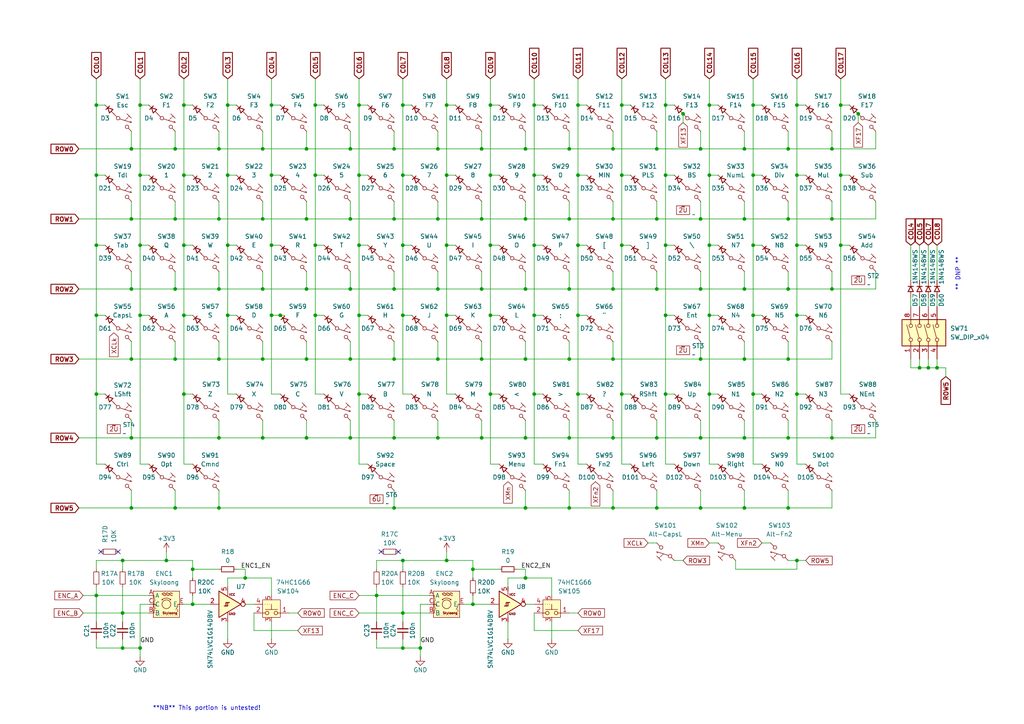
<source format=kicad_sch>
(kicad_sch (version 20250114) (generator "eeschema") (generator_version "9.0")
  (paper "A4")
  (text "**NB** This portion is untested!" (at 59.944 205.486 0) (effects (font (size 1.27 1.27))))
  (text "** DNP **" (at 277.876 79.502 90) (effects (font (size 1.27 1.27))))
  (junction (at 139.7 63.5))
  (junction (at 91.44 91.44))
  (junction (at 66.04 30.48))
  (junction (at 114.3 43.18))
  (junction (at 231.14 50.8))
  (junction (at 76.2 127))
  (junction (at 63.5 83.82))
  (junction (at 114.3 104.14))
  (junction (at 243.84 50.8))
  (junction (at 193.04 50.8))
  (junction (at 63.5 147.32))
  (junction (at 63.5 43.18))
  (junction (at 203.2 83.82))
  (junction (at 154.94 50.8))
  (junction (at 218.44 30.48))
  (junction (at 129.54 30.48))
  (junction (at 215.9 83.82))
  (junction (at 177.8 43.18))
  (junction (at 127 127))
  (junction (at 193.04 91.44))
  (junction (at 116.84 50.8))
  (junction (at 71.12 167.64))
  (junction (at 241.3 83.82))
  (junction (at 218.44 91.44))
  (junction (at 142.24 30.48))
  (junction (at 165.1 127))
  (junction (at 241.3 127))
  (junction (at 88.9 104.14))
  (junction (at 38.1 104.14))
  (junction (at 231.14 71.12))
  (junction (at 231.14 91.44))
  (junction (at 101.6 127))
  (junction (at 190.5 43.18))
  (junction (at 40.64 187.96))
  (junction (at 190.5 147.32))
  (junction (at 205.74 114.3))
  (junction (at 180.34 114.3))
  (junction (at 167.64 91.44))
  (junction (at 269.24 106.68))
  (junction (at 66.04 50.8))
  (junction (at 139.7 43.18))
  (junction (at 231.14 114.3))
  (junction (at 91.44 50.8))
  (junction (at 50.8 104.14))
  (junction (at 177.8 147.32))
  (junction (at 78.74 30.48))
  (junction (at 114.3 147.32))
  (junction (at 177.8 127))
  (junction (at 53.34 30.48))
  (junction (at 228.6 63.5))
  (junction (at 205.74 50.8))
  (junction (at 129.54 91.44))
  (junction (at 142.24 50.8))
  (junction (at 35.56 177.8))
  (junction (at 167.64 114.3))
  (junction (at 177.8 63.5))
  (junction (at 114.3 83.82))
  (junction (at 127 104.14))
  (junction (at 116.84 30.48))
  (junction (at 177.8 104.14))
  (junction (at 38.1 127))
  (junction (at 127 43.18))
  (junction (at 198.12 33.02))
  (junction (at 38.1 83.82))
  (junction (at 154.94 114.3))
  (junction (at 152.4 127))
  (junction (at 53.34 71.12))
  (junction (at 78.74 91.44))
  (junction (at 241.3 63.5))
  (junction (at 27.94 91.44))
  (junction (at 215.9 147.32))
  (junction (at 203.2 147.32))
  (junction (at 180.34 30.48))
  (junction (at 228.6 127))
  (junction (at 205.74 71.12))
  (junction (at 76.2 104.14))
  (junction (at 205.74 91.44))
  (junction (at 152.4 63.5))
  (junction (at 27.94 114.3))
  (junction (at 215.9 127))
  (junction (at 231.14 162.56))
  (junction (at 38.1 43.18))
  (junction (at 203.2 63.5))
  (junction (at 228.6 104.14))
  (junction (at 139.7 127))
  (junction (at 38.1 63.5))
  (junction (at 152.4 147.32))
  (junction (at 88.9 127))
  (junction (at 88.9 63.5))
  (junction (at 101.6 104.14))
  (junction (at 116.84 187.96))
  (junction (at 215.9 43.18))
  (junction (at 165.1 63.5))
  (junction (at 266.7 106.68))
  (junction (at 167.64 50.8))
  (junction (at 165.1 83.82))
  (junction (at 190.5 83.82))
  (junction (at 248.92 33.02))
  (junction (at 231.14 30.48))
  (junction (at 228.6 147.32))
  (junction (at 50.8 147.32))
  (junction (at 215.9 63.5))
  (junction (at 101.6 63.5))
  (junction (at 116.84 177.8))
  (junction (at 152.4 43.18))
  (junction (at 116.84 162.56))
  (junction (at 180.34 50.8))
  (junction (at 203.2 104.14))
  (junction (at 81.28 91.44))
  (junction (at 27.94 30.48))
  (junction (at 116.84 91.44))
  (junction (at 104.14 71.12))
  (junction (at 40.64 71.12))
  (junction (at 127 83.82))
  (junction (at 91.44 30.48))
  (junction (at 63.5 104.14))
  (junction (at 101.6 43.18))
  (junction (at 152.4 83.82))
  (junction (at 228.6 83.82))
  (junction (at 104.14 30.48))
  (junction (at 154.94 71.12))
  (junction (at 55.88 165.1))
  (junction (at 243.84 71.12))
  (junction (at 180.34 71.12))
  (junction (at 271.78 106.68))
  (junction (at 154.94 30.48))
  (junction (at 129.54 162.56))
  (junction (at 88.9 43.18))
  (junction (at 193.04 114.3))
  (junction (at 63.5 63.5))
  (junction (at 218.44 114.3))
  (junction (at 53.34 114.3))
  (junction (at 129.54 50.8))
  (junction (at 167.64 71.12))
  (junction (at 38.1 147.32))
  (junction (at 27.94 172.72))
  (junction (at 137.16 175.26))
  (junction (at 40.64 91.44))
  (junction (at 55.88 175.26))
  (junction (at 40.64 30.48))
  (junction (at 218.44 50.8))
  (junction (at 76.2 83.82))
  (junction (at 88.9 83.82))
  (junction (at 27.94 71.12))
  (junction (at 142.24 91.44))
  (junction (at 167.64 30.48))
  (junction (at 53.34 50.8))
  (junction (at 53.34 91.44))
  (junction (at 121.92 187.96))
  (junction (at 203.2 43.18))
  (junction (at 50.8 83.82))
  (junction (at 101.6 83.82))
  (junction (at 76.2 43.18))
  (junction (at 137.16 165.1))
  (junction (at 190.5 63.5))
  (junction (at 165.1 43.18))
  (junction (at 78.74 71.12))
  (junction (at 243.84 30.48))
  (junction (at 139.7 83.82))
  (junction (at 228.6 43.18))
  (junction (at 152.4 104.14))
  (junction (at 116.84 71.12))
  (junction (at 35.56 187.96))
  (junction (at 63.5 127))
  (junction (at 241.3 43.18))
  (junction (at 193.04 71.12))
  (junction (at 66.04 71.12))
  (junction (at 177.8 83.82))
  (junction (at 40.64 50.8))
  (junction (at 48.26 162.56))
  (junction (at 66.04 91.44))
  (junction (at 142.24 71.12))
  (junction (at 127 63.5))
  (junction (at 114.3 63.5))
  (junction (at 152.4 167.64))
  (junction (at 142.24 114.3))
  (junction (at 91.44 71.12))
  (junction (at 104.14 114.3))
  (junction (at 76.2 63.5))
  (junction (at 35.56 162.56))
  (junction (at 129.54 71.12))
  (junction (at 78.74 50.8))
  (junction (at 109.22 172.72))
  (junction (at 190.5 127))
  (junction (at 218.44 71.12))
  (junction (at 215.9 104.14))
  (junction (at 104.14 50.8))
  (junction (at 27.94 50.8))
  (junction (at 50.8 43.18))
  (junction (at 205.74 30.48))
  (junction (at 203.2 127))
  (junction (at 165.1 147.32))
  (junction (at 114.3 127))
  (junction (at 154.94 91.44))
  (junction (at 193.04 30.48))
  (junction (at 139.7 104.14))
  (junction (at 50.8 63.5))
  (junction (at 165.1 104.14))
  (junction (at 104.14 91.44))
  (no_connect (at 29.21 160.02))
  (no_connect (at 110.49 160.02))
  (no_connect (at 115.57 160.02))
  (no_connect (at 34.29 160.02))
  (wire (pts (xy 243.84 30.48) (xy 246.38 30.48)))
  (wire (pts (xy 154.94 50.8) (xy 157.48 50.8)))
  (wire (pts (xy 266.7 88.9) (xy 266.7 86.36)))
  (wire (pts (xy 76.2 104.14) (xy 88.9 104.14)))
  (wire (pts (xy 127 121.92) (xy 127 127)))
  (wire (pts (xy 193.04 114.3) (xy 193.04 134.62)))
  (wire (pts (xy 177.8 99.06) (xy 177.8 104.14)))
  (wire (pts (xy 154.94 91.44) (xy 157.48 91.44)))
  (wire (pts (xy 177.8 43.18) (xy 190.5 43.18)))
  (wire (pts (xy 40.64 134.62) (xy 43.18 134.62)))
  (wire (pts (xy 63.5 121.92) (xy 63.5 127)))
  (wire (pts (xy 81.28 91.44) (xy 82.55 91.44)))
  (wire (pts (xy 38.1 43.18) (xy 50.8 43.18)))
  (wire (pts (xy 116.84 91.44) (xy 119.38 91.44)))
  (wire (pts (xy 114.3 83.82) (xy 127 83.82)))
  (wire (pts (xy 254 63.5) (xy 254 58.42)))
  (wire (pts (xy 142.24 50.8) (xy 144.78 50.8)))
  (wire (pts (xy 119.38 71.12) (xy 116.84 71.12)))
  (wire (pts (xy 203.2 63.5) (xy 215.9 63.5)))
  (wire (pts (xy 116.84 162.56) (xy 109.22 162.56)))
  (wire (pts (xy 205.74 30.48) (xy 205.74 50.8)))
  (wire (pts (xy 152.4 142.24) (xy 152.4 147.32)))
  (wire (pts (xy 205.74 114.3) (xy 205.74 134.62)))
  (wire (pts (xy 139.7 43.18) (xy 152.4 43.18)))
  (wire (pts (xy 40.64 30.48) (xy 43.18 30.48)))
  (wire (pts (xy 116.84 162.56) (xy 116.84 165.1)))
  (wire (pts (xy 66.04 71.12) (xy 66.04 91.44)))
  (wire (pts (xy 152.4 58.42) (xy 152.4 63.5)))
  (wire (pts (xy 50.8 142.24) (xy 50.8 147.32)))
  (wire (pts (xy 190.5 121.92) (xy 190.5 127)))
  (wire (pts (xy 127 104.14) (xy 139.7 104.14)))
  (wire (pts (xy 152.4 43.18) (xy 165.1 43.18)))
  (wire (pts (xy 139.7 78.74) (xy 139.7 83.82)))
  (wire (pts (xy 38.1 83.82) (xy 50.8 83.82)))
  (wire (pts (xy 35.56 162.56) (xy 35.56 165.1)))
  (wire (pts (xy 63.5 43.18) (xy 76.2 43.18)))
  (wire (pts (xy 177.8 38.1) (xy 177.8 43.18)))
  (wire (pts (xy 38.1 142.24) (xy 38.1 147.32)))
  (wire (pts (xy 50.8 147.32) (xy 63.5 147.32)))
  (wire (pts (xy 129.54 91.44) (xy 129.54 114.3)))
  (wire (pts (xy 55.88 165.1) (xy 63.5 165.1)))
  (wire (pts (xy 22.86 43.18) (xy 38.1 43.18)))
  (wire (pts (xy 152.4 78.74) (xy 152.4 83.82)))
  (wire (pts (xy 193.04 50.8) (xy 195.58 50.8)))
  (wire (pts (xy 165.1 78.74) (xy 165.1 83.82)))
  (wire (pts (xy 218.44 134.62) (xy 220.98 134.62)))
  (wire (pts (xy 116.84 187.96) (xy 121.92 187.96)))
  (wire (pts (xy 129.54 91.44) (xy 132.08 91.44)))
  (wire (pts (xy 139.7 127) (xy 152.4 127)))
  (wire (pts (xy 142.24 134.62) (xy 144.78 134.62)))
  (wire (pts (xy 63.5 58.42) (xy 63.5 63.5)))
  (wire (pts (xy 104.14 91.44) (xy 106.68 91.44)))
  (wire (pts (xy 101.6 38.1) (xy 101.6 43.18)))
  (wire (pts (xy 231.14 114.3) (xy 233.68 114.3)))
  (wire (pts (xy 180.34 50.8) (xy 182.88 50.8)))
  (wire (pts (xy 78.74 30.48) (xy 78.74 50.8)))
  (wire (pts (xy 104.14 172.72) (xy 109.22 172.72)))
  (wire (pts (xy 71.12 165.1) (xy 71.12 167.64)))
  (wire (pts (xy 139.7 99.06) (xy 139.7 104.14)))
  (wire (pts (xy 91.44 50.8) (xy 91.44 71.12)))
  (wire (pts (xy 137.16 165.1) (xy 144.78 165.1)))
  (wire (pts (xy 228.6 58.42) (xy 228.6 63.5)))
  (wire (pts (xy 231.14 50.8) (xy 231.14 71.12)))
  (wire (pts (xy 152.4 127) (xy 165.1 127)))
  (wire (pts (xy 91.44 91.44) (xy 91.44 114.3)))
  (wire (pts (xy 101.6 58.42) (xy 101.6 63.5)))
  (wire (pts (xy 71.12 167.64) (xy 78.74 167.64)))
  (wire (pts (xy 180.34 71.12) (xy 180.34 114.3)))
  (wire (pts (xy 190.5 78.74) (xy 190.5 83.82)))
  (wire (pts (xy 78.74 30.48) (xy 81.28 30.48)))
  (wire (pts (xy 218.44 114.3) (xy 220.98 114.3)))
  (wire (pts (xy 88.9 38.1) (xy 88.9 43.18)))
  (wire (pts (xy 154.94 182.88) (xy 167.64 182.88)))
  (wire (pts (xy 152.4 167.64) (xy 160.02 167.64)))
  (wire (pts (xy 180.34 30.48) (xy 182.88 30.48)))
  (wire (pts (xy 203.2 142.24) (xy 203.2 147.32)))
  (wire (pts (xy 165.1 147.32) (xy 177.8 147.32)))
  (wire (pts (xy 76.2 83.82) (xy 88.9 83.82)))
  (wire (pts (xy 116.84 114.3) (xy 119.38 114.3)))
  (wire (pts (xy 215.9 142.24) (xy 215.9 147.32)))
  (wire (pts (xy 254 83.82) (xy 254 78.74)))
  (wire (pts (xy 76.2 78.74) (xy 76.2 83.82)))
  (wire (pts (xy 205.74 157.48) (xy 208.28 157.48)))
  (wire (pts (xy 241.3 121.92) (xy 241.3 127)))
  (wire (pts (xy 66.04 167.64) (xy 66.04 170.18)))
  (wire (pts (xy 127 78.74) (xy 127 83.82)))
  (wire (pts (xy 78.74 114.3) (xy 81.28 114.3)))
  (wire (pts (xy 203.2 147.32) (xy 215.9 147.32)))
  (wire (pts (xy 193.04 30.48) (xy 193.04 50.8)))
  (wire (pts (xy 177.8 127) (xy 190.5 127)))
  (wire (pts (xy 165.1 38.1) (xy 165.1 43.18)))
  (wire (pts (xy 27.94 91.44) (xy 27.94 114.3)))
  (wire (pts (xy 27.94 134.62) (xy 30.48 134.62)))
  (wire (pts (xy 104.14 50.8) (xy 104.14 71.12)))
  (wire (pts (xy 121.92 187.96) (xy 121.92 190.5)))
  (wire (pts (xy 129.54 114.3) (xy 132.08 114.3)))
  (wire (pts (xy 116.84 170.18) (xy 116.84 177.8)))
  (wire (pts (xy 203.2 99.06) (xy 203.2 104.14)))
  (wire (pts (xy 266.7 106.68) (xy 269.24 106.68)))
  (wire (pts (xy 63.5 127) (xy 76.2 127)))
  (wire (pts (xy 142.24 71.12) (xy 144.78 71.12)))
  (wire (pts (xy 231.14 134.62) (xy 233.68 134.62)))
  (wire (pts (xy 116.84 177.8) (xy 116.84 180.34)))
  (wire (pts (xy 66.04 50.8) (xy 66.04 71.12)))
  (wire (pts (xy 22.86 63.5) (xy 38.1 63.5)))
  (wire (pts (xy 129.54 30.48) (xy 132.08 30.48)))
  (wire (pts (xy 271.78 81.28) (xy 271.78 71.12)))
  (wire (pts (xy 114.3 58.42) (xy 114.3 63.5)))
  (wire (pts (xy 76.2 38.1) (xy 76.2 43.18)))
  (wire (pts (xy 142.24 114.3) (xy 144.78 114.3)))
  (wire (pts (xy 63.5 83.82) (xy 76.2 83.82)))
  (wire (pts (xy 231.14 71.12) (xy 233.68 71.12)))
  (wire (pts (xy 53.34 50.8) (xy 53.34 71.12)))
  (wire (pts (xy 76.2 63.5) (xy 88.9 63.5)))
  (wire (pts (xy 129.54 50.8) (xy 129.54 71.12)))
  (wire (pts (xy 231.14 22.86) (xy 231.14 30.48)))
  (wire (pts (xy 104.14 134.62) (xy 106.68 134.62)))
  (wire (pts (xy 129.54 22.86) (xy 129.54 30.48)))
  (wire (pts (xy 231.14 162.56) (xy 233.68 162.56)))
  (wire (pts (xy 50.8 63.5) (xy 63.5 63.5)))
  (wire (pts (xy 154.94 71.12) (xy 154.94 91.44)))
  (wire (pts (xy 152.4 38.1) (xy 152.4 43.18)))
  (wire (pts (xy 88.9 83.82) (xy 101.6 83.82)))
  (wire (pts (xy 203.2 78.74) (xy 203.2 83.82)))
  (wire (pts (xy 231.14 91.44) (xy 231.14 114.3)))
  (wire (pts (xy 78.74 167.64) (xy 78.74 172.72)))
  (wire (pts (xy 121.92 175.26) (xy 121.92 187.96)))
  (wire (pts (xy 198.12 33.02) (xy 198.12 35.56)))
  (wire (pts (xy 231.14 30.48) (xy 233.68 30.48)))
  (wire (pts (xy 88.9 63.5) (xy 101.6 63.5)))
  (wire (pts (xy 243.84 114.3) (xy 246.38 114.3)))
  (wire (pts (xy 91.44 22.86) (xy 91.44 30.48)))
  (wire (pts (xy 27.94 71.12) (xy 30.48 71.12)))
  (wire (pts (xy 27.94 172.72) (xy 27.94 180.34)))
  (wire (pts (xy 101.6 43.18) (xy 114.3 43.18)))
  (wire (pts (xy 243.84 50.8) (xy 246.38 50.8)))
  (wire (pts (xy 55.88 175.26) (xy 60.96 175.26)))
  (wire (pts (xy 203.2 104.14) (xy 215.9 104.14)))
  (wire (pts (xy 190.5 142.24) (xy 190.5 147.32)))
  (wire (pts (xy 203.2 127) (xy 215.9 127)))
  (wire (pts (xy 66.04 22.86) (xy 66.04 30.48)))
  (wire (pts (xy 40.64 71.12) (xy 43.18 71.12)))
  (wire (pts (xy 116.84 91.44) (xy 116.84 114.3)))
  (wire (pts (xy 218.44 30.48) (xy 220.98 30.48)))
  (wire (pts (xy 38.1 121.92) (xy 38.1 127)))
  (wire (pts (xy 101.6 127) (xy 114.3 127)))
  (wire (pts (xy 35.56 177.8) (xy 35.56 180.34)))
  (wire (pts (xy 180.34 50.8) (xy 180.34 71.12)))
  (wire (pts (xy 66.04 180.34) (xy 66.04 185.42)))
  (wire (pts (xy 63.5 78.74) (xy 63.5 83.82)))
  (wire (pts (xy 231.14 165.1) (xy 231.14 162.56)))
  (wire (pts (xy 152.4 104.14) (xy 165.1 104.14)))
  (wire (pts (xy 78.74 22.86) (xy 78.74 30.48)))
  (wire (pts (xy 177.8 121.92) (xy 177.8 127)))
  (wire (pts (xy 35.56 170.18) (xy 35.56 177.8)))
  (wire (pts (xy 231.14 114.3) (xy 231.14 134.62)))
  (wire (pts (xy 35.56 185.42) (xy 35.56 187.96)))
  (wire (pts (xy 165.1 63.5) (xy 177.8 63.5)))
  (wire (pts (xy 43.18 50.8) (xy 40.64 50.8)))
  (wire (pts (xy 38.1 99.06) (xy 38.1 104.14)))
  (wire (pts (xy 27.94 114.3) (xy 30.48 114.3)))
  (wire (pts (xy 91.44 114.3) (xy 93.98 114.3)))
  (wire (pts (xy 154.94 114.3) (xy 154.94 134.62)))
  (wire (pts (xy 63.5 147.32) (xy 114.3 147.32)))
  (wire (pts (xy 101.6 104.14) (xy 114.3 104.14)))
  (wire (pts (xy 160.02 167.64) (xy 160.02 172.72)))
  (wire (pts (xy 91.44 50.8) (xy 93.98 50.8)))
  (wire (pts (xy 228.6 147.32) (xy 241.3 147.32)))
  (wire (pts (xy 88.9 127) (xy 101.6 127)))
  (wire (pts (xy 93.98 71.12) (xy 91.44 71.12)))
  (wire (pts (xy 137.16 175.26) (xy 142.24 175.26)))
  (wire (pts (xy 22.86 83.82) (xy 38.1 83.82)))
  (wire (pts (xy 27.94 50.8) (xy 30.48 50.8)))
  (wire (pts (xy 269.24 88.9) (xy 269.24 86.36)))
  (wire (pts (xy 152.4 167.64) (xy 147.32 167.64)))
  (wire (pts (xy 139.7 121.92) (xy 139.7 127)))
  (wire (pts (xy 269.24 81.28) (xy 269.24 71.12)))
  (wire (pts (xy 116.84 30.48) (xy 119.38 30.48)))
  (wire (pts (xy 137.16 172.72) (xy 137.16 175.26)))
  (wire (pts (xy 152.4 165.1) (xy 152.4 167.64)))
  (wire (pts (xy 228.6 83.82) (xy 241.3 83.82)))
  (wire (pts (xy 63.5 142.24) (xy 63.5 147.32)))
  (wire (pts (xy 205.74 71.12) (xy 208.28 71.12)))
  (wire (pts (xy 154.94 50.8) (xy 154.94 71.12)))
  (wire (pts (xy 241.3 38.1) (xy 241.3 43.18)))
  (wire (pts (xy 154.94 91.44) (xy 154.94 114.3)))
  (wire (pts (xy 78.74 91.44) (xy 81.28 91.44)))
  (wire (pts (xy 114.3 127) (xy 127 127)))
  (wire (pts (xy 22.86 127) (xy 38.1 127)))
  (wire (pts (xy 177.8 104.14) (xy 203.2 104.14)))
  (wire (pts (xy 129.54 30.48) (xy 129.54 50.8)))
  (wire (pts (xy 78.74 50.8) (xy 78.74 71.12)))
  (wire (pts (xy 193.04 91.44) (xy 193.04 114.3)))
  (wire (pts (xy 127 127) (xy 139.7 127)))
  (wire (pts (xy 116.84 185.42) (xy 116.84 187.96)))
  (wire (pts (xy 220.98 157.48) (xy 223.52 157.48)))
  (wire (pts (xy 55.88 165.1) (xy 55.88 162.56)))
  (wire (pts (xy 76.2 127) (xy 88.9 127)))
  (wire (pts (xy 241.3 104.14) (xy 241.3 99.06)))
  (wire (pts (xy 91.44 30.48) (xy 91.44 50.8)))
  (wire (pts (xy 193.04 22.86) (xy 193.04 30.48)))
  (wire (pts (xy 116.84 71.12) (xy 116.84 91.44)))
  (wire (pts (xy 40.64 91.44) (xy 43.18 91.44)))
  (wire (pts (xy 114.3 121.92) (xy 114.3 127)))
  (wire (pts (xy 165.1 58.42) (xy 165.1 63.5)))
  (wire (pts (xy 154.94 134.62) (xy 157.48 134.62)))
  (wire (pts (xy 116.84 22.86) (xy 116.84 30.48)))
  (wire (pts (xy 88.9 104.14) (xy 101.6 104.14)))
  (wire (pts (xy 215.9 38.1) (xy 215.9 43.18)))
  (wire (pts (xy 40.64 71.12) (xy 40.64 91.44)))
  (wire (pts (xy 264.16 106.68) (xy 266.7 106.68)))
  (wire (pts (xy 88.9 121.92) (xy 88.9 127)))
  (wire (pts (xy 218.44 91.44) (xy 218.44 114.3)))
  (wire (pts (xy 38.1 58.42) (xy 38.1 63.5)))
  (wire (pts (xy 152.4 83.82) (xy 165.1 83.82)))
  (wire (pts (xy 167.64 177.8) (xy 165.1 177.8)))
  (wire (pts (xy 63.5 63.5) (xy 76.2 63.5)))
  (wire (pts (xy 127 43.18) (xy 139.7 43.18)))
  (wire (pts (xy 71.12 175.26) (xy 73.66 175.26)))
  (wire (pts (xy 193.04 50.8) (xy 193.04 71.12)))
  (wire (pts (xy 215.9 127) (xy 228.6 127)))
  (wire (pts (xy 228.6 38.1) (xy 228.6 43.18)))
  (wire (pts (xy 167.64 22.86) (xy 167.64 30.48)))
  (wire (pts (xy 55.88 172.72) (xy 55.88 175.26)))
  (wire (pts (xy 165.1 104.14) (xy 177.8 104.14)))
  (wire (pts (xy 215.9 78.74) (xy 215.9 83.82)))
  (wire (pts (xy 66.04 91.44) (xy 66.04 114.3)))
  (wire (pts (xy 152.4 175.26) (xy 154.94 175.26)))
  (wire (pts (xy 205.74 114.3) (xy 208.28 114.3)))
  (wire (pts (xy 228.6 63.5) (xy 241.3 63.5)))
  (wire (pts (xy 203.2 83.82) (xy 215.9 83.82)))
  (wire (pts (xy 50.8 104.14) (xy 63.5 104.14)))
  (wire (pts (xy 66.04 91.44) (xy 68.58 91.44)))
  (wire (pts (xy 152.4 63.5) (xy 165.1 63.5)))
  (wire (pts (xy 154.94 71.12) (xy 157.48 71.12)))
  (wire (pts (xy 66.04 30.48) (xy 68.58 30.48)))
  (wire (pts (xy 88.9 58.42) (xy 88.9 63.5)))
  (wire (pts (xy 50.8 99.06) (xy 50.8 104.14)))
  (wire (pts (xy 228.6 104.14) (xy 241.3 104.14)))
  (wire (pts (xy 116.84 177.8) (xy 124.46 177.8)))
  (wire (pts (xy 104.14 22.86) (xy 104.14 30.48)))
  (wire (pts (xy 53.34 114.3) (xy 53.34 134.62)))
  (wire (pts (xy 180.34 71.12) (xy 182.88 71.12)))
  (wire (pts (xy 264.16 106.68) (xy 264.16 104.14)))
  (wire (pts (xy 167.64 30.48) (xy 167.64 50.8)))
  (wire (pts (xy 195.58 162.56) (xy 198.12 162.56)))
  (wire (pts (xy 78.74 71.12) (xy 78.74 91.44)))
  (wire (pts (xy 63.5 38.1) (xy 63.5 43.18)))
  (wire (pts (xy 218.44 71.12) (xy 220.98 71.12)))
  (wire (pts (xy 205.74 50.8) (xy 208.28 50.8)))
  (wire (pts (xy 109.22 170.18) (xy 109.22 172.72)))
  (wire (pts (xy 154.94 30.48) (xy 154.94 50.8)))
  (wire (pts (xy 218.44 50.8) (xy 218.44 71.12)))
  (wire (pts (xy 154.94 22.86) (xy 154.94 30.48)))
  (wire (pts (xy 195.58 30.48) (xy 193.04 30.48)))
  (wire (pts (xy 215.9 43.18) (xy 228.6 43.18)))
  (wire (pts (xy 40.64 175.26) (xy 40.64 187.96)))
  (wire (pts (xy 193.04 114.3) (xy 195.58 114.3)))
  (wire (pts (xy 228.6 127) (xy 241.3 127)))
  (wire (pts (xy 147.32 180.34) (xy 147.32 185.42)))
  (wire (pts (xy 160.02 180.34) (xy 160.02 185.42)))
  (wire (pts (xy 154.94 114.3) (xy 157.48 114.3)))
  (wire (pts (xy 91.44 30.48) (xy 93.98 30.48)))
  (wire (pts (xy 243.84 22.86) (xy 243.84 30.48)))
  (wire (pts (xy 104.14 30.48) (xy 106.68 30.48)))
  (wire (pts (xy 165.1 99.06) (xy 165.1 104.14)))
  (wire (pts (xy 193.04 71.12) (xy 193.04 91.44)))
  (wire (pts (xy 73.66 182.88) (xy 86.36 182.88)))
  (wire (pts (xy 271.78 106.68) (xy 271.78 104.14)))
  (wire (pts (xy 53.34 134.62) (xy 55.88 134.62)))
  (wire (pts (xy 241.3 127) (xy 254 127)))
  (wire (pts (xy 127 83.82) (xy 139.7 83.82)))
  (wire (pts (xy 231.14 50.8) (xy 233.68 50.8)))
  (wire (pts (xy 142.24 50.8) (xy 142.24 71.12)))
  (wire (pts (xy 228.6 43.18) (xy 241.3 43.18)))
  (wire (pts (xy 228.6 78.74) (xy 228.6 83.82)))
  (wire (pts (xy 213.36 165.1) (xy 231.14 165.1)))
  (wire (pts (xy 116.84 30.48) (xy 116.84 50.8)))
  (wire (pts (xy 78.74 50.8) (xy 81.28 50.8)))
  (wire (pts (xy 231.14 30.48) (xy 231.14 50.8)))
  (wire (pts (xy 35.56 162.56) (xy 27.94 162.56)))
  (wire (pts (xy 66.04 114.3) (xy 68.58 114.3)))
  (wire (pts (xy 228.6 99.06) (xy 228.6 104.14)))
  (wire (pts (xy 215.9 99.06) (xy 215.9 104.14)))
  (wire (pts (xy 53.34 71.12) (xy 53.34 91.44)))
  (wire (pts (xy 215.9 147.32) (xy 228.6 147.32)))
  (wire (pts (xy 137.16 165.1) (xy 137.16 167.64)))
  (wire (pts (xy 114.3 99.06) (xy 114.3 104.14)))
  (wire (pts (xy 104.14 91.44) (xy 104.14 114.3)))
  (wire (pts (xy 142.24 30.48) (xy 142.24 50.8)))
  (wire (pts (xy 215.9 58.42) (xy 215.9 63.5)))
  (wire (pts (xy 116.84 162.56) (xy 129.54 162.56)))
  (wire (pts (xy 27.94 185.42) (xy 27.94 187.96)))
  (wire (pts (xy 269.24 106.68) (xy 271.78 106.68)))
  (wire (pts (xy 218.44 30.48) (xy 218.44 50.8)))
  (wire (pts (xy 134.62 175.26) (xy 137.16 175.26)))
  (wire (pts (xy 228.6 121.92) (xy 228.6 127)))
  (wire (pts (xy 177.8 78.74) (xy 177.8 83.82)))
  (wire (pts (xy 53.34 30.48) (xy 55.88 30.48)))
  (wire (pts (xy 86.36 177.8) (xy 83.82 177.8)))
  (wire (pts (xy 38.1 63.5) (xy 50.8 63.5)))
  (wire (pts (xy 109.22 172.72) (xy 109.22 180.34)))
  (wire (pts (xy 142.24 91.44) (xy 142.24 114.3)))
  (wire (pts (xy 76.2 121.92) (xy 76.2 127)))
  (wire (pts (xy 53.34 30.48) (xy 53.34 50.8)))
  (wire (pts (xy 22.86 104.14) (xy 38.1 104.14)))
  (wire (pts (xy 127 99.06) (xy 127 104.14)))
  (wire (pts (xy 24.13 172.72) (xy 27.94 172.72)))
  (wire (pts (xy 27.94 50.8) (xy 27.94 71.12)))
  (wire (pts (xy 38.1 78.74) (xy 38.1 83.82)))
  (wire (pts (xy 241.3 43.18) (xy 254 43.18)))
  (wire (pts (xy 109.22 187.96) (xy 116.84 187.96)))
  (wire (pts (xy 27.94 91.44) (xy 30.48 91.44)))
  (wire (pts (xy 116.84 50.8) (xy 116.84 71.12)))
  (wire (pts (xy 243.84 30.48) (xy 243.84 50.8)))
  (wire (pts (xy 167.64 134.62) (xy 170.18 134.62)))
  (wire (pts (xy 187.96 157.48) (xy 190.5 157.48)))
  (wire (pts (xy 165.1 43.18) (xy 177.8 43.18)))
  (wire (pts (xy 177.8 63.5) (xy 190.5 63.5)))
  (wire (pts (xy 266.7 81.28) (xy 266.7 71.12)))
  (wire (pts (xy 167.64 50.8) (xy 167.64 71.12)))
  (wire (pts (xy 48.26 160.02) (xy 48.26 162.56)))
  (wire (pts (xy 180.34 22.86) (xy 180.34 30.48)))
  (wire (pts (xy 165.1 127) (xy 177.8 127)))
  (wire (pts (xy 114.3 147.32) (xy 152.4 147.32)))
  (wire (pts (xy 241.3 78.74) (xy 241.3 83.82)))
  (wire (pts (xy 53.34 91.44) (xy 55.88 91.44)))
  (wire (pts (xy 104.14 71.12) (xy 106.68 71.12)))
  (wire (pts (xy 127 58.42) (xy 127 63.5)))
  (wire (pts (xy 50.8 58.42) (xy 50.8 63.5)))
  (wire (pts (xy 152.4 99.06) (xy 152.4 104.14)))
  (wire (pts (xy 167.64 50.8) (xy 170.18 50.8)))
  (wire (pts (xy 190.5 58.42) (xy 190.5 63.5)))
  (wire (pts (xy 205.74 30.48) (xy 208.28 30.48)))
  (wire (pts (xy 27.94 170.18) (xy 27.94 172.72)))
  (wire (pts (xy 66.04 30.48) (xy 66.04 50.8)))
  (wire (pts (xy 180.34 114.3) (xy 180.34 134.62)))
  (wire (pts (xy 241.3 83.82) (xy 254 83.82)))
  (wire (pts (xy 218.44 50.8) (xy 220.98 50.8)))
  (wire (pts (xy 53.34 50.8) (xy 55.88 50.8)))
  (wire (pts (xy 142.24 30.48) (xy 144.78 30.48)))
  (wire (pts (xy 78.74 71.12) (xy 81.28 71.12)))
  (wire (pts (xy 142.24 114.3) (xy 142.24 134.62)))
  (wire (pts (xy 218.44 91.44) (xy 220.98 91.44)))
  (wire (pts (xy 53.34 91.44) (xy 53.34 114.3)))
  (wire (pts (xy 147.32 167.64) (xy 147.32 170.18)))
  (wire (pts (xy 68.58 71.12) (xy 66.04 71.12)))
  (wire (pts (xy 71.12 167.64) (xy 66.04 167.64)))
  (wire (pts (xy 127 63.5) (xy 139.7 63.5)))
  (wire (pts (xy 228.6 142.24) (xy 228.6 147.32)))
  (wire (pts (xy 269.24 106.68) (xy 269.24 104.14)))
  (wire (pts (xy 24.13 177.8) (xy 35.56 177.8)))
  (wire (pts (xy 114.3 63.5) (xy 127 63.5)))
  (wire (pts (xy 50.8 83.82) (xy 63.5 83.82)))
  (wire (pts (xy 254 127) (xy 254 121.92)))
  (wire (pts (xy 149.86 165.1) (xy 152.4 165.1)))
  (wire (pts (xy 264.16 88.9) (xy 264.16 86.36)))
  (wire (pts (xy 152.4 121.92) (xy 152.4 127)))
  (wire (pts (xy 180.34 134.62) (xy 182.88 134.62)))
  (wire (pts (xy 203.2 38.1) (xy 203.2 43.18)))
  (wire (pts (xy 205.74 134.62) (xy 208.28 134.62)))
  (wire (pts (xy 43.18 175.26) (xy 40.64 175.26)))
  (wire (pts (xy 119.38 50.8) (xy 116.84 50.8)))
  (wire (pts (xy 129.54 160.02) (xy 129.54 162.56)))
  (wire (pts (xy 73.66 177.8) (xy 73.66 182.88)))
  (wire (pts (xy 142.24 22.86) (xy 142.24 30.48)))
  (wire (pts (xy 241.3 63.5) (xy 254 63.5)))
  (wire (pts (xy 27.94 114.3) (xy 27.94 134.62)))
  (wire (pts (xy 167.64 30.48) (xy 170.18 30.48)))
  (wire (pts (xy 213.36 162.56) (xy 213.36 165.1)))
  (wire (pts (xy 76.2 43.18) (xy 88.9 43.18)))
  (wire (pts (xy 35.56 187.96) (xy 40.64 187.96)))
  (wire (pts (xy 231.14 71.12) (xy 231.14 91.44)))
  (wire (pts (xy 180.34 30.48) (xy 180.34 50.8)))
  (wire (pts (xy 177.8 83.82) (xy 190.5 83.82)))
  (wire (pts (xy 27.94 187.96) (xy 35.56 187.96)))
  (wire (pts (xy 78.74 91.44) (xy 78.74 114.3)))
  (wire (pts (xy 40.64 50.8) (xy 40.64 71.12)))
  (wire (pts (xy 190.5 63.5) (xy 203.2 63.5)))
  (wire (pts (xy 177.8 58.42) (xy 177.8 63.5)))
  (wire (pts (xy 114.3 43.18) (xy 127 43.18)))
  (wire (pts (xy 203.2 43.18) (xy 215.9 43.18)))
  (wire (pts (xy 50.8 43.18) (xy 63.5 43.18)))
  (wire (pts (xy 271.78 106.68) (xy 274.32 106.68)))
  (wire (pts (xy 109.22 172.72) (xy 124.46 172.72)))
  (wire (pts (xy 50.8 78.74) (xy 50.8 83.82)))
  (wire (pts (xy 114.3 78.74) (xy 114.3 83.82)))
  (wire (pts (xy 167.64 114.3) (xy 170.18 114.3)))
  (wire (pts (xy 167.64 71.12) (xy 167.64 91.44)))
  (wire (pts (xy 218.44 114.3) (xy 218.44 134.62)))
  (wire (pts (xy 139.7 58.42) (xy 139.7 63.5)))
  (wire (pts (xy 129.54 162.56) (xy 137.16 162.56)))
  (wire (pts (xy 177.8 142.24) (xy 177.8 147.32)))
  (wire (pts (xy 104.14 177.8) (xy 116.84 177.8)))
  (wire (pts (xy 76.2 99.06) (xy 76.2 104.14)))
  (wire (pts (xy 205.74 91.44) (xy 205.74 114.3)))
  (wire (pts (xy 165.1 121.92) (xy 165.1 127)))
  (wire (pts (xy 142.24 71.12) (xy 142.24 91.44)))
  (wire (pts (xy 104.14 30.48) (xy 104.14 50.8)))
  (wire (pts (xy 55.88 165.1) (xy 55.88 167.64)))
  (wire (pts (xy 190.5 147.32) (xy 203.2 147.32)))
  (wire (pts (xy 124.46 175.26) (xy 121.92 175.26)))
  (wire (pts (xy 101.6 78.74) (xy 101.6 83.82)))
  (wire (pts (xy 243.84 71.12) (xy 246.38 71.12)))
  (wire (pts (xy 88.9 99.06) (xy 88.9 104.14)))
  (wire (pts (xy 88.9 43.18) (xy 101.6 43.18)))
  (wire (pts (xy 139.7 104.14) (xy 152.4 104.14)))
  (wire (pts (xy 27.94 30.48) (xy 27.94 50.8)))
  (wire (pts (xy 109.22 185.42) (xy 109.22 187.96)))
  (wire (pts (xy 76.2 58.42) (xy 76.2 63.5)))
  (wire (pts (xy 22.86 147.32) (xy 38.1 147.32)))
  (wire (pts (xy 91.44 71.12) (xy 91.44 91.44)))
  (wire (pts (xy 190.5 38.1) (xy 190.5 43.18)))
  (wire (pts (xy 101.6 83.82) (xy 114.3 83.82)))
  (wire (pts (xy 264.16 81.28) (xy 264.16 71.12)))
  (wire (pts (xy 38.1 147.32) (xy 50.8 147.32)))
  (wire (pts (xy 104.14 114.3) (xy 104.14 134.62)))
  (wire (pts (xy 266.7 106.68) (xy 266.7 104.14)))
  (wire (pts (xy 165.1 83.82) (xy 177.8 83.82)))
  (wire (pts (xy 193.04 71.12) (xy 195.58 71.12)))
  (wire (pts (xy 139.7 38.1) (xy 139.7 43.18)))
  (wire (pts (xy 208.28 91.44) (xy 205.74 91.44)))
  (wire (pts (xy 40.64 22.86) (xy 40.64 30.48)))
  (wire (pts (xy 114.3 142.24) (xy 114.3 147.32)))
  (wire (pts (xy 63.5 104.14) (xy 76.2 104.14)))
  (wire (pts (xy 68.58 50.8) (xy 66.04 50.8)))
  (wire (pts (xy 215.9 104.14) (xy 228.6 104.14)))
  (wire (pts (xy 48.26 162.56) (xy 55.88 162.56)))
  (wire (pts (xy 203.2 121.92) (xy 203.2 127)))
  (wire (pts (xy 27.94 162.56) (xy 27.94 165.1)))
  (wire (pts (xy 114.3 38.1) (xy 114.3 43.18)))
  (wire (pts (xy 177.8 147.32) (xy 190.5 147.32)))
  (wire (pts (xy 231.14 91.44) (xy 233.68 91.44)))
  (wire (pts (xy 91.44 91.44) (xy 93.98 91.44)))
  (wire (pts (xy 27.94 22.86) (xy 27.94 30.48)))
  (wire (pts (xy 27.94 71.12) (xy 27.94 91.44)))
  (wire (pts (xy 40.64 187.96) (xy 40.64 190.5)))
  (wire (pts (xy 165.1 142.24) (xy 165.1 147.32)))
  (wire (pts (xy 190.5 83.82) (xy 203.2 83.82)))
  (wire (pts (xy 248.92 33.02) (xy 248.92 35.56)))
  (wire (pts (xy 193.04 134.62) (xy 195.58 134.62)))
  (wire (pts (xy 129.54 50.8) (xy 132.08 50.8)))
  (wire (pts (xy 35.56 177.8) (xy 43.18 177.8)))
  (wire (pts (xy 114.3 104.14) (xy 127 104.14)))
  (wire (pts (xy 190.5 43.18) (xy 203.2 43.18)))
  (wire (pts (xy 215.9 121.92) (xy 215.9 127)))
  (wire (pts (xy 215.9 63.5) (xy 228.6 63.5)))
  (wire (pts (xy 228.6 162.56) (xy 231.14 162.56)))
  (wire (pts (xy 53.34 175.26) (xy 55.88 175.26)))
  (wire (pts (xy 190.5 127) (xy 203.2 127)))
  (wire (pts (xy 139.7 83.82) (xy 152.4 83.82)))
  (wire (pts (xy 53.34 71.12) (xy 55.88 71.12)))
  (wire (pts (xy 104.14 50.8) (xy 106.68 50.8)))
  (wire (pts (xy 40.64 30.48) (xy 40.64 50.8)))
  (wire (pts (xy 154.94 177.8) (xy 154.94 182.88)))
  (wire (pts (xy 205.74 50.8) (xy 205.74 71.12)))
  (wire (pts (xy 205.74 71.12) (xy 205.74 91.44)))
  (wire (pts (xy 40.64 91.44) (xy 40.64 134.62)))
  (wire (pts (xy 38.1 104.14) (xy 50.8 104.14)))
  (wire (pts (xy 27.94 172.72) (xy 43.18 172.72)))
  (wire (pts (xy 68.58 165.1) (xy 71.12 165.1)))
  (wire (pts (xy 104.14 71.12) (xy 104.14 91.44)))
  (wire (pts (xy 139.7 63.5) (xy 152.4 63.5)))
  (wire (pts (xy 243.84 50.8) (xy 243.84 71.12)))
  (wire (pts (xy 101.6 63.5) (xy 114.3 63.5)))
  (wire (pts (xy 27.94 30.48) (xy 30.48 30.48)))
  (wire (pts (xy 271.78 88.9) (xy 271.78 86.36)))
  (wire (pts (xy 193.04 91.44) (xy 195.58 91.44)))
  (wire (pts (xy 154.94 30.48) (xy 157.48 30.48)))
  (wire (pts (xy 129.54 71.12) (xy 132.08 71.12)))
  (wire (pts (xy 48.26 162.56) (xy 35.56 162.56)))
  (wire (pts (xy 78.74 180.34) (xy 78.74 185.42)))
  (wire (pts (xy 127 38.1) (xy 127 43.18)))
  (wire (pts (xy 215.9 83.82) (xy 228.6 83.82)))
  (wire (pts (xy 53.34 22.86) (xy 53.34 30.48)))
  (wire (pts (xy 205.74 22.86) (xy 205.74 30.48)))
  (wire (pts (xy 53.34 114.3) (xy 55.88 114.3)))
  (wire (pts (xy 101.6 99.06) (xy 101.6 104.14)))
  (wire (pts (xy 109.22 162.56) (xy 109.22 165.1)))
  (wire (pts (xy 167.64 71.12) (xy 170.18 71.12)))
  (wire (pts (xy 203.2 58.42) (xy 203.2 63.5)))
  (wire (pts (xy 129.54 71.12) (xy 129.54 91.44)))
  (wire (pts (xy 241.3 58.42) (xy 241.3 63.5)))
  (wire (pts (xy 218.44 71.12) (xy 218.44 91.44)))
  (wire (pts (xy 167.64 114.3) (xy 167.64 134.62)))
  (wire (pts (xy 243.84 71.12) (xy 243.84 114.3)))
  (wire (pts (xy 50.8 38.1) (xy 50.8 43.18)))
  (wire (pts (xy 218.44 22.86) (xy 218.44 30.48)))
  (wire (pts (xy 104.14 114.3) (xy 106.68 114.3)))
  (wire (pts (xy 152.4 147.32) (xy 165.1 147.32)))
  (wire (pts (xy 101.6 121.92) (xy 101.6 127)))
  (wire (pts (xy 167.64 91.44) (xy 170.18 91.44)))
  (wire (pts (xy 137.16 162.56) (xy 137.16 165.1)))
  (wire (pts (xy 180.34 114.3) (xy 182.88 114.3)))
  (wire (pts (xy 241.3 147.32) (xy 241.3 142.24)))
  (wire (pts (xy 88.9 78.74) (xy 88.9 83.82)))
  (wire (pts (xy 63.5 99.06) (xy 63.5 104.14)))
  (wire (pts (xy 38.1 127) (xy 63.5 127)))
  (wire (pts (xy 274.32 106.68) (xy 274.32 109.22)))
  (wire (pts (xy 142.24 91.44) (xy 144.78 91.44)))
  (wire (pts (xy 38.1 38.1) (xy 38.1 43.18)))
  (wire (pts (xy 254 38.1) (xy 254 43.18)))
  (wire (pts (xy 167.64 91.44) (xy 167.64 114.3)))
  (label "ENC2_EN" (at 151.13 165.1 0))
  (label "GND" (at 40.64 186.69 0))
  (label "ENC1_EN" (at 69.85 165.1 0))
  (label "GND" (at 121.92 186.69 0))
  (global_label "ROW0" (shape input) (at 22.86 43.18 180) (effects (font (thickness 0.254) (bold yes))) (property "Intersheetrefs" "${INTERSHEET_REFS}" (effects (hide yes))))
  (global_label "COL6" (shape input) (at 104.14 22.86 90) (effects (font (thickness 0.254) (bold yes))) (property "Intersheetrefs" "${INTERSHEET_REFS}" (effects (hide yes))))
  (global_label "COL1" (shape input) (at 40.64 22.86 90) (effects (font (thickness 0.254) (bold yes))) (property "Intersheetrefs" "${INTERSHEET_REFS}" (effects (hide yes))))
  (global_label "ROW5" (shape input) (at 233.68 162.56 0) (effects (font (thickness 0.1588))) (property "Intersheetrefs" "${INTERSHEET_REFS}" (effects (hide yes))))
  (global_label "COL3" (shape input) (at 66.04 22.86 90) (effects (font (thickness 0.254) (bold yes))) (property "Intersheetrefs" "${INTERSHEET_REFS}" (effects (hide yes))))
  (global_label "ENC_A" (shape input) (at 24.13 172.72 180) (property "Intersheetrefs" "${INTERSHEET_REFS}" (effects (hide yes))))
  (global_label "COL15" (shape input) (at 218.44 22.86 90) (effects (font (thickness 0.254) (bold yes))) (property "Intersheetrefs" "${INTERSHEET_REFS}" (effects (hide yes))))
  (global_label "COL7" (shape input) (at 116.84 22.86 90) (effects (font (thickness 0.254) (bold yes))) (property "Intersheetrefs" "${INTERSHEET_REFS}" (effects (hide yes))))
  (global_label "ROW0" (shape input) (at 86.36 177.8 0) (property "Intersheetrefs" "${INTERSHEET_REFS}" (effects (hide yes))))
  (global_label "XFn2" (shape input) (at 172.72 139.7 270) (property "Intersheetrefs" "${INTERSHEET_REFS}" (effects (hide yes))))
  (global_label "COL12" (shape input) (at 180.34 22.86 90) (effects (font (thickness 0.254) (bold yes))) (property "Intersheetrefs" "${INTERSHEET_REFS}" (effects (hide yes))))
  (global_label "COL5" (shape input) (at 91.44 22.86 90) (effects (font (thickness 0.254) (bold yes))) (property "Intersheetrefs" "${INTERSHEET_REFS}" (effects (hide yes))))
  (global_label "COL17" (shape input) (at 243.84 22.86 90) (effects (font (thickness 0.254) (bold yes))) (property "Intersheetrefs" "${INTERSHEET_REFS}" (effects (hide yes))))
  (global_label "XMn" (shape input) (at 205.74 157.48 180) (property "Intersheetrefs" "${INTERSHEET_REFS}" (effects (hide yes))))
  (global_label "XFn2" (shape input) (at 220.98 157.48 180) (property "Intersheetrefs" "${INTERSHEET_REFS}" (effects (hide yes))))
  (global_label "COL4" (shape input) (at 264.16 71.12 90) (effects (font (thickness 0.254) (bold yes))) (property "Intersheetrefs" "${INTERSHEET_REFS}" (effects (hide yes))))
  (global_label "COL7" (shape input) (at 269.24 71.12 90) (effects (font (thickness 0.254) (bold yes))) (property "Intersheetrefs" "${INTERSHEET_REFS}" (effects (hide yes))))
  (global_label "COL0" (shape input) (at 27.94 22.86 90) (effects (font (thickness 0.254) (bold yes))) (property "Intersheetrefs" "${INTERSHEET_REFS}" (effects (hide yes))))
  (global_label "XMn" (shape input) (at 147.32 139.7 270) (property "Intersheetrefs" "${INTERSHEET_REFS}" (effects (hide yes))))
  (global_label "ENC_C" (shape input) (at 104.14 177.8 180) (property "Intersheetrefs" "${INTERSHEET_REFS}" (effects (hide yes))))
  (global_label "COL8" (shape input) (at 129.54 22.86 90) (effects (font (thickness 0.254) (bold yes))) (property "Intersheetrefs" "${INTERSHEET_REFS}" (effects (hide yes))))
  (global_label "ENC_C" (shape input) (at 104.14 172.72 180) (property "Intersheetrefs" "${INTERSHEET_REFS}" (effects (hide yes))))
  (global_label "COL14" (shape input) (at 205.74 22.86 90) (effects (font (thickness 0.254) (bold yes))) (property "Intersheetrefs" "${INTERSHEET_REFS}" (effects (hide yes))))
  (global_label "XF17" (shape input) (at 167.64 182.88 0) (property "Intersheetrefs" "${INTERSHEET_REFS}" (effects (hide yes))))
  (global_label "XF13" (shape input) (at 86.36 182.88 0) (property "Intersheetrefs" "${INTERSHEET_REFS}" (effects (hide yes))))
  (global_label "ROW3" (shape input) (at 198.12 162.56 0) (effects (font (thickness 0.1588))) (property "Intersheetrefs" "${INTERSHEET_REFS}" (effects (hide yes))))
  (global_label "ROW3" (shape input) (at 22.86 104.14 180) (effects (font (thickness 0.254) (bold yes))) (property "Intersheetrefs" "${INTERSHEET_REFS}" (effects (hide yes))))
  (global_label "ROW5" (shape input) (at 22.86 147.32 180) (effects (font (thickness 0.254) (bold yes))) (property "Intersheetrefs" "${INTERSHEET_REFS}" (effects (hide yes))))
  (global_label "ROW1" (shape input) (at 22.86 63.5 180) (effects (font (thickness 0.254) (bold yes))) (property "Intersheetrefs" "${INTERSHEET_REFS}" (effects (hide yes))))
  (global_label "ROW0" (shape input) (at 167.64 177.8 0) (property "Intersheetrefs" "${INTERSHEET_REFS}" (effects (hide yes))))
  (global_label "XCLk" (shape input) (at 33.02 96.52 270) (property "Intersheetrefs" "${INTERSHEET_REFS}" (effects (hide yes))))
  (global_label "ENC_B" (shape input) (at 24.13 177.8 180) (property "Intersheetrefs" "${INTERSHEET_REFS}" (effects (hide yes))))
  (global_label "XF13" (shape input) (at 198.12 35.56 270) (property "Intersheetrefs" "${INTERSHEET_REFS}" (effects (hide yes))))
  (global_label "ROW2" (shape input) (at 22.86 83.82 180) (effects (font (thickness 0.254) (bold yes))) (property "Intersheetrefs" "${INTERSHEET_REFS}" (effects (hide yes))))
  (global_label "COL9" (shape input) (at 142.24 22.86 90) (effects (font (thickness 0.254) (bold yes))) (property "Intersheetrefs" "${INTERSHEET_REFS}" (effects (hide yes))))
  (global_label "COL16" (shape input) (at 231.14 22.86 90) (effects (font (thickness 0.254) (bold yes))) (property "Intersheetrefs" "${INTERSHEET_REFS}" (effects (hide yes))))
  (global_label "ROW5" (shape input) (at 274.32 109.22 270) (effects (font (thickness 0.254) (bold yes))) (property "Intersheetrefs" "${INTERSHEET_REFS}" (effects (hide yes))))
  (global_label "XCLk" (shape input) (at 187.96 157.48 180) (property "Intersheetrefs" "${INTERSHEET_REFS}" (effects (hide yes))))
  (global_label "COL13" (shape input) (at 193.04 22.86 90) (effects (font (thickness 0.254) (bold yes))) (property "Intersheetrefs" "${INTERSHEET_REFS}" (effects (hide yes))))
  (global_label "COL10" (shape input) (at 154.94 22.86 90) (effects (font (thickness 0.254) (bold yes))) (property "Intersheetrefs" "${INTERSHEET_REFS}" (effects (hide yes))))
  (global_label "COL8" (shape input) (at 271.78 71.12 90) (effects (font (thickness 0.254) (bold yes))) (property "Intersheetrefs" "${INTERSHEET_REFS}" (effects (hide yes))))
  (global_label "COL2" (shape input) (at 53.34 22.86 90) (effects (font (thickness 0.254) (bold yes))) (property "Intersheetrefs" "${INTERSHEET_REFS}" (effects (hide yes))))
  (global_label "COL11" (shape input) (at 167.64 22.86 90) (effects (font (thickness 0.254) (bold yes))) (property "Intersheetrefs" "${INTERSHEET_REFS}" (effects (hide yes))))
  (global_label "COL5" (shape input) (at 266.7 71.12 90) (effects (font (thickness 0.254) (bold yes))) (property "Intersheetrefs" "${INTERSHEET_REFS}" (effects (hide yes))))
  (global_label "COL4" (shape input) (at 78.74 22.86 90) (effects (font (thickness 0.254) (bold yes))) (property "Intersheetrefs" "${INTERSHEET_REFS}" (effects (hide yes))))
  (global_label "ROW4" (shape input) (at 22.86 127 180) (effects (font (thickness 0.254) (bold yes))) (property "Intersheetrefs" "${INTERSHEET_REFS}" (effects (hide yes))))
  (global_label "XF17" (shape input) (at 248.92 35.56 270) (property "Intersheetrefs" "${INTERSHEET_REFS}" (effects (hide yes))))
  (symbol (lib_id "ts-kicad-lib:D_45deg") (at 195.58 91.44 180) (unit 1)
    (property "Reference" "D73" (at 195.58 95.25 0))
    (property "Value" "1N4148WS" (effects (hide yes)))
    (property "Footprint" "Diode_SMD:D_SOD-323_HandSoldering" (effects (hide yes)))
    (property "Description" "Diode, rotated by 45°" (effects (hide yes)))
    (property "Sim.Device" "D" (effects (hide yes)))
    (property "Sim.Pins" "2=A 1=K" (effects (hide yes)))
  )
  (symbol (lib_id "ts-kicad-lib:D_45deg") (at 68.58 30.48 180) (unit 1)
    (property "Reference" "D6" (at 68.58 34.29 0))
    (property "Value" "1N4148WS" (effects (hide yes)))
    (property "Footprint" "Diode_SMD:D_SOD-323_HandSoldering" (effects (hide yes)))
    (property "Description" "Diode, rotated by 45°" (effects (hide yes)))
    (property "Sim.Device" "D" (effects (hide yes)))
    (property "Sim.Pins" "2=A 1=K" (effects (hide yes)))
  )
  (symbol (lib_id "ts-keyboard-lib:Momentary_Switch") (at 149.86 119.38 0) (unit 1)
    (property "Reference" "SW80" (at 150.114 111.506 0))
    (property "Value" "<" (at 149.867 114.3 0))
    (property "Footprint" "ts-keyboard-lib:SW_MX_HotSwap" (effects (hide yes)))
  )
  (symbol (lib_id "ts-keyboard-lib:Momentary_Switch") (at 226.06 35.56 0) (unit 1)
    (property "Reference" "SW16" (at 226.067 27.94 0))
    (property "Value" "F15" (at 226.067 30.48 0))
    (property "Footprint" "ts-keyboard-lib:SW_MX_HotSwap" (effects (hide yes)))
  )
  (symbol (lib_id "ts-keyboard-lib:SW_Skyloong_Enc") (at 129.54 175.26 0) (unit 1)
    (property "Reference" "ENC2" (at 128.905 166.37 0))
    (property "Value" "Skyloong" (at 128.905 168.91 0))
    (property "Footprint" "ts-keyboard-lib:SW_Skyloong_Enc" (effects (hide yes)))
    (property "Datasheet" "https://github.com/JZ-Skyloong/Skyloong_Components/blob/main/encoder_key_switch/encoder_key_switch_V2_02122025.pdf" (effects (hide yes)))
    (property "Description" "jikedingzhi.com Encoder Key Switch" (effects (hide yes)))
  )
  (symbol (lib_id "ts-keyboard-lib:Momentary_Switch") (at 73.66 119.38 0) (unit 1)
    (property "Reference" "SW74" (at 73.914 111.506 0))
    (property "Value" "X" (at 73.667 114.3 0))
    (property "Footprint" "ts-keyboard-lib:SW_MX_HotSwap" (effects (hide yes)))
  )
  (symbol (lib_id "ts-kicad-lib:D") (at 269.24 83.82 90) (unit 1)
    (property "Reference" "D59" (at 270.51 85.09 0) (effects (justify right)))
    (property "Value" "1N4148WS" (at 270.51 82.55 0) (effects (justify left)))
    (property "Footprint" "Diode_SMD:D_SOD-323_HandSoldering" (effects (hide yes)))
    (property "Description" "Diode" (effects (hide yes)))
    (property "Sim.Device" "D" (effects (hide yes)))
    (property "Sim.Pins" "2=A 1=K" (effects (hide yes)))
  )
  (symbol (lib_id "ts-keyboard-lib:Momentary_Switch") (at 86.36 119.38 0) (unit 1)
    (property "Reference" "SW75" (at 86.614 111.506 0))
    (property "Value" "C" (at 86.367 114.3 0))
    (property "Footprint" "ts-keyboard-lib:SW_MX_HotSwap" (effects (hide yes)))
  )
  (symbol (lib_id "ts-kicad-lib:D_45deg") (at 195.58 50.8 180) (unit 1)
    (property "Reference" "D34" (at 195.58 54.61 0))
    (property "Value" "1N4148WS" (effects (hide yes)))
    (property "Footprint" "Diode_SMD:D_SOD-323_HandSoldering" (effects (hide yes)))
    (property "Description" "Diode, rotated by 45°" (effects (hide yes)))
    (property "Sim.Device" "D" (effects (hide yes)))
    (property "Sim.Pins" "2=A 1=K" (effects (hide yes)))
  )
  (symbol (lib_id "ts-kicad-lib:D_45deg") (at 106.68 134.62 180) (unit 1)
    (property "Reference" "D97" (at 106.68 138.43 0))
    (property "Value" "1N4148WS" (effects (hide yes)))
    (property "Footprint" "Diode_SMD:D_SOD-323_HandSoldering" (effects (hide yes)))
    (property "Description" "Diode, rotated by 45°" (effects (hide yes)))
    (property "Sim.Device" "D" (effects (hide yes)))
    (property "Sim.Pins" "2=A 1=K" (effects (hide yes)))
  )
  (symbol (lib_id "ts-keyboard-lib:Momentary_Switch") (at 238.76 55.88 0) (unit 1)
    (property "Reference" "SW35" (at 238.767 48.26 0))
    (property "Value" "Mul" (at 238.767 50.8 0))
    (property "Footprint" "ts-keyboard-lib:SW_MX_HotSwap" (effects (hide yes)))
  )
  (symbol (lib_id "ts-kicad-lib:D_45deg") (at 55.88 50.8 180) (unit 1)
    (property "Reference" "D23" (at 55.88 54.61 0))
    (property "Value" "1N4148WS" (effects (hide yes)))
    (property "Footprint" "Diode_SMD:D_SOD-323_HandSoldering" (effects (hide yes)))
    (property "Description" "Diode, rotated by 45°" (effects (hide yes)))
    (property "Sim.Device" "D" (effects (hide yes)))
    (property "Sim.Pins" "2=A 1=K" (effects (hide yes)))
  )
  (symbol (lib_id "ts-kicad-lib:D_45deg") (at 208.28 91.44 180) (unit 1)
    (property "Reference" "D74" (at 208.28 95.25 0))
    (property "Value" "1N4148WS" (effects (hide yes)))
    (property "Footprint" "Diode_SMD:D_SOD-323_HandSoldering" (effects (hide yes)))
    (property "Description" "Diode, rotated by 45°" (effects (hide yes)))
    (property "Sim.Device" "D" (effects (hide yes)))
    (property "Sim.Pins" "2=A 1=K" (effects (hide yes)))
  )
  (symbol (lib_id "ts-kicad-lib:D_45deg") (at 132.08 71.12 180) (unit 1)
    (property "Reference" "D47" (at 132.08 74.93 0))
    (property "Value" "1N4148WS" (effects (hide yes)))
    (property "Footprint" "Diode_SMD:D_SOD-323_HandSoldering" (effects (hide yes)))
    (property "Description" "Diode, rotated by 45°" (effects (hide yes)))
    (property "Sim.Device" "D" (effects (hide yes)))
    (property "Sim.Pins" "2=A 1=K" (effects (hide yes)))
  )
  (symbol (lib_id "ts-kicad-lib:D_45deg") (at 55.88 30.48 180) (unit 1)
    (property "Reference" "D5" (at 55.88 34.29 0))
    (property "Value" "1N4148WS" (effects (hide yes)))
    (property "Footprint" "Diode_SMD:D_SOD-323_HandSoldering" (effects (hide yes)))
    (property "Description" "Diode, rotated by 45°" (effects (hide yes)))
    (property "Sim.Device" "D" (effects (hide yes)))
    (property "Sim.Pins" "2=A 1=K" (effects (hide yes)))
  )
  (symbol (lib_id "ts-keyboard-lib:Momentary_Switch") (at 226.06 76.2 0) (unit 1)
    (property "Reference" "SW52" (at 226.067 68.58 0))
    (property "Value" "N8" (at 226.067 71.12 0))
    (property "Footprint" "ts-keyboard-lib:SW_MX_HotSwap" (effects (hide yes)))
  )
  (symbol (lib_id "ts-kicad-lib:D_45deg") (at 195.58 134.62 180) (unit 1)
    (property "Reference" "D102" (at 195.58 138.43 0))
    (property "Value" "1N4148WS" (effects (hide yes)))
    (property "Footprint" "Diode_SMD:D_SOD-323_HandSoldering" (effects (hide yes)))
    (property "Description" "Diode, rotated by 45°" (effects (hide yes)))
    (property "Sim.Device" "D" (effects (hide yes)))
    (property "Sim.Pins" "2=A 1=K" (effects (hide yes)))
  )
  (symbol (lib_id "ts-kicad-lib:D_45deg") (at 144.78 30.48 180) (unit 1)
    (property "Reference" "D12" (at 144.78 34.29 0))
    (property "Value" "1N4148WS" (effects (hide yes)))
    (property "Footprint" "Diode_SMD:D_SOD-323_HandSoldering" (effects (hide yes)))
    (property "Description" "Diode, rotated by 45°" (effects (hide yes)))
    (property "Sim.Device" "D" (effects (hide yes)))
    (property "Sim.Pins" "2=A 1=K" (effects (hide yes)))
  )
  (symbol (lib_id "ts-kicad-lib:D_45deg") (at 81.28 71.12 180) (unit 1)
    (property "Reference" "D43" (at 81.28 74.93 0))
    (property "Value" "1N4148WS" (effects (hide yes)))
    (property "Footprint" "Diode_SMD:D_SOD-323_HandSoldering" (effects (hide yes)))
    (property "Description" "Diode, rotated by 45°" (effects (hide yes)))
    (property "Sim.Device" "D" (effects (hide yes)))
    (property "Sim.Pins" "2=A 1=K" (effects (hide yes)))
  )
  (symbol (lib_id "ts-keyboard-lib:Momentary_Switch") (at 200.66 76.2 0) (unit 1)
    (property "Reference" "SW50" (at 200.667 68.58 0))
    (property "Value" "\\" (at 200.667 71.12 0))
    (property "Footprint" "ts-keyboard-lib:SW_MX_HotSwap" (effects (hide yes)))
  )
  (symbol (lib_id "ts-kicad-lib:D_45deg") (at 233.68 134.62 180) (unit 1)
    (property "Reference" "D105" (at 233.68 138.43 0))
    (property "Value" "1N4148WS" (effects (hide yes)))
    (property "Footprint" "Diode_SMD:D_SOD-323_HandSoldering" (effects (hide yes)))
    (property "Description" "Diode, rotated by 45°" (effects (hide yes)))
    (property "Sim.Device" "D" (effects (hide yes)))
    (property "Sim.Pins" "2=A 1=K" (effects (hide yes)))
  )
  (symbol (lib_id "ts-keyboard-lib:Momentary_Switch") (at 187.96 55.88 0) (unit 1)
    (property "Reference" "SW31" (at 187.967 48.26 0))
    (property "Value" "PLS" (at 187.967 50.8 0))
    (property "Footprint" "ts-keyboard-lib:SW_MX_HotSwap" (effects (hide yes)))
  )
  (symbol (lib_id "ts-keyboard-lib:Momentary_Switch") (at 111.76 76.2 0) (unit 1)
    (property "Reference" "SW43" (at 111.767 68.58 0))
    (property "Value" "Y" (at 111.767 71.12 0))
    (property "Footprint" "ts-keyboard-lib:SW_MX_HotSwap" (effects (hide yes)))
  )
  (symbol (lib_id "ts-keyboard-lib:Momentary_Switch") (at 226.06 119.38 0) (unit 1)
    (property "Reference" "SW86" (at 226.314 111.506 0))
    (property "Value" "N2" (at 226.067 114.3 0))
    (property "Footprint" "ts-keyboard-lib:SW_MX_HotSwap" (effects (hide yes)))
  )
  (symbol (lib_id "Device:C_Small") (at 109.22 182.88 180) (unit 1)
    (property "Reference" "C23" (at 106.426 182.88 90))
    (property "Value" "100n" (at 112.014 182.88 90))
    (property "Footprint" "Capacitor_SMD:C_0603_1608Metric_Pad1.08x0.95mm_HandSolder" (effects (hide yes)))
    (property "Description" "Unpolarized capacitor, small symbol" (effects (hide yes)))
  )
  (symbol (lib_id "ts-kicad-lib:D_45deg") (at 30.48 30.48 180) (unit 1)
    (property "Reference" "D3" (at 30.48 34.29 0))
    (property "Value" "1N4148WS" (effects (hide yes)))
    (property "Footprint" "Diode_SMD:D_SOD-323_HandSoldering" (effects (hide yes)))
    (property "Description" "Diode, rotated by 45°" (effects (hide yes)))
    (property "Sim.Device" "D" (effects (hide yes)))
    (property "Sim.Pins" "2=A 1=K" (effects (hide yes)))
  )
  (symbol (lib_id "ts-kicad-lib:D_45deg") (at 132.08 91.44 180) (unit 1)
    (property "Reference" "D69" (at 132.08 95.25 0))
    (property "Value" "1N4148WS" (effects (hide yes)))
    (property "Footprint" "Diode_SMD:D_SOD-323_HandSoldering" (effects (hide yes)))
    (property "Description" "Diode, rotated by 45°" (effects (hide yes)))
    (property "Sim.Device" "D" (effects (hide yes)))
    (property "Sim.Pins" "2=A 1=K" (effects (hide yes)))
  )
  (symbol (lib_id "ts-kicad-lib:SN74LVC1G14DBV") (at 66.04 175.26 0) (unit 1)
    (property "Reference" "U7" (at 69.85 170.18 0))
    (property "Value" "SN74LVC1G14DBV" (at 60.96 185.42 90))
    (property "Footprint" "Package_TO_SOT_SMD:SOT-23-5" (effects (hide yes)))
    (property "Datasheet" "https://www.ti.com/lit/ds/symlink/sn74lvc1g14.pdf" (effects (hide yes)))
    (property "Description" "Single Schmitt NOT Gate, Low-Voltage CMOS, SOT-23" (effects (hide yes)))
  )
  (symbol (lib_id "ts-keyboard-lib:Momentary_Switch") (at 60.96 35.56 0) (unit 1)
    (property "Reference" "SW3" (at 60.967 27.94 0))
    (property "Value" "F2" (at 60.967 30.48 0))
    (property "Footprint" "ts-keyboard-lib:SW_MX_HotSwap" (effects (hide yes)))
  )
  (symbol (lib_id "ts-keyboard-lib:Momentary_Switch") (at 226.06 55.88 0) (unit 1)
    (property "Reference" "SW34" (at 226.067 48.26 0))
    (property "Value" "Div" (at 226.067 50.8 0))
    (property "Footprint" "ts-keyboard-lib:SW_MX_HotSwap" (effects (hide yes)))
  )
  (symbol (lib_id "ts-keyboard-lib:Momentary_Switch") (at 187.96 76.2 0) (unit 1)
    (property "Reference" "SW49" (at 187.967 68.58 0))
    (property "Value" "]" (at 187.967 71.12 0))
    (property "Footprint" "ts-keyboard-lib:SW_MX_HotSwap" (effects (hide yes)))
  )
  (symbol (lib_id "ts-keyboard-lib:Momentary_Switch") (at 213.36 76.2 0) (unit 1)
    (property "Reference" "SW51" (at 213.367 68.58 0))
    (property "Value" "N7" (at 213.367 71.12 0))
    (property "Footprint" "ts-keyboard-lib:SW_MX_HotSwap" (effects (hide yes)))
  )
  (symbol (lib_id "ts-keyboard-lib:Momentary_Switch") (at 200.66 96.52 0) (unit 1)
    (property "Reference" "SW67" (at 200.667 88.9 0))
    (property "Value" "Ent" (at 200.667 91.44 0))
    (property "Footprint" "ts-keyboard-lib:SW_MX_HotSwap" (effects (hide yes)))
  )
  (symbol (lib_id "ts-keyboard-lib:Momentary_Switch") (at 48.26 35.56 0) (unit 1)
    (property "Reference" "SW2" (at 48.267 27.94 0))
    (property "Value" "F1" (at 48.267 30.48 0))
    (property "Footprint" "ts-keyboard-lib:SW_MX_HotSwap" (effects (hide yes)))
  )
  (symbol (lib_id "ts-kicad-lib:D_45deg") (at 30.48 134.62 180) (unit 1)
    (property "Reference" "D94" (at 30.48 138.43 0))
    (property "Value" "1N4148WS" (effects (hide yes)))
    (property "Footprint" "Diode_SMD:D_SOD-323_HandSoldering" (effects (hide yes)))
    (property "Description" "Diode, rotated by 45°" (effects (hide yes)))
    (property "Sim.Device" "D" (effects (hide yes)))
    (property "Sim.Pins" "2=A 1=K" (effects (hide yes)))
  )
  (symbol (lib_id "ts-kicad-lib:D") (at 266.7 83.82 90) (unit 1)
    (property "Reference" "D58" (at 267.97 85.09 0) (effects (justify right)))
    (property "Value" "1N4148WS" (at 267.97 82.55 0) (effects (justify left)))
    (property "Footprint" "Diode_SMD:D_SOD-323_HandSoldering" (effects (hide yes)))
    (property "Description" "Diode" (effects (hide yes)))
    (property "Sim.Device" "D" (effects (hide yes)))
    (property "Sim.Pins" "2=A 1=K" (effects (hide yes)))
  )
  (symbol (lib_id "ts-kicad-lib:R_Array04") (at 31.75 160.02 180) (unit 4)
    (property "Reference" "R17" (at 30.4799 157.48 90) (effects (justify right)))
    (property "Value" "10K" (at 33.0199 157.48 90) (effects (justify right)))
    (property "Footprint" "Resistor_SMD:R_Array_Convex_4x0603" (effects (hide yes)))
    (property "Description" "Resistor Array" (effects (hide yes)))
  )
  (symbol (lib_id "ts-kicad-lib:D_45deg") (at 119.38 50.8 180) (unit 1)
    (property "Reference" "D28" (at 119.38 54.61 0))
    (property "Value" "1N4148WS" (effects (hide yes)))
    (property "Footprint" "Diode_SMD:D_SOD-323_HandSoldering" (effects (hide yes)))
    (property "Description" "Diode, rotated by 45°" (effects (hide yes)))
    (property "Sim.Device" "D" (effects (hide yes)))
    (property "Sim.Pins" "2=A 1=K" (effects (hide yes)))
  )
  (symbol (lib_id "ts-kicad-lib:D_45deg") (at 106.68 50.8 180) (unit 1)
    (property "Reference" "D27" (at 106.68 54.61 0))
    (property "Value" "1N4148WS" (effects (hide yes)))
    (property "Footprint" "Diode_SMD:D_SOD-323_HandSoldering" (effects (hide yes)))
    (property "Description" "Diode, rotated by 45°" (effects (hide yes)))
    (property "Sim.Device" "D" (effects (hide yes)))
    (property "Sim.Pins" "2=A 1=K" (effects (hide yes)))
  )
  (symbol (lib_id "ts-keyboard-lib:Momentary_Switch") (at 60.96 96.52 0) (unit 1)
    (property "Reference" "SW57" (at 60.967 88.9 0))
    (property "Value" "S" (at 60.967 91.44 0))
    (property "Footprint" "ts-keyboard-lib:SW_MX_HotSwap" (effects (hide yes)))
  )
  (symbol (lib_id "ts-keyboard-lib:Momentary_Switch") (at 200.66 55.88 0) (unit 1)
    (property "Reference" "SW32" (at 200.667 48.26 0))
    (property "Value" "BS" (at 200.667 50.8 0))
    (property "Footprint" "ts-keyboard-lib:SW_MX_HotSwap" (effects (hide yes)))
  )
  (symbol (lib_id "ts-keyboard-lib:Momentary_Switch") (at 35.56 96.52 0) (unit 1)
    (property "Reference" "SW55" (at 35.567 88.9 0))
    (property "Value" "CapsL" (at 35.567 91.44 0))
    (property "Footprint" "ts-keyboard-lib:SW_MX_HotSwap" (effects (hide yes)))
  )
  (symbol (lib_id "ts-keyboard-lib:Momentary_Switch") (at 73.66 76.2 0) (unit 1)
    (property "Reference" "SW40" (at 73.667 68.58 0))
    (property "Value" "E" (at 73.667 71.12 0))
    (property "Footprint" "ts-keyboard-lib:SW_MX_HotSwap" (effects (hide yes)))
  )
  (symbol (lib_id "ts-kicad-lib:D_45deg") (at 170.18 134.62 180) (unit 1)
    (property "Reference" "D100" (at 170.18 138.43 0))
    (property "Value" "1N4148WS" (effects (hide yes)))
    (property "Footprint" "Diode_SMD:D_SOD-323_HandSoldering" (effects (hide yes)))
    (property "Description" "Diode, rotated by 45°" (effects (hide yes)))
    (property "Sim.Device" "D" (effects (hide yes)))
    (property "Sim.Pins" "2=A 1=K" (effects (hide yes)))
  )
  (symbol (lib_id "ts-kicad-lib:D_45deg") (at 170.18 50.8 180) (unit 1)
    (property "Reference" "D32" (at 170.18 54.61 0))
    (property "Value" "1N4148WS" (effects (hide yes)))
    (property "Footprint" "Diode_SMD:D_SOD-323_HandSoldering" (effects (hide yes)))
    (property "Description" "Diode, rotated by 45°" (effects (hide yes)))
    (property "Sim.Device" "D" (effects (hide yes)))
    (property "Sim.Pins" "2=A 1=K" (effects (hide yes)))
  )
  (symbol (lib_id "ts-keyboard-lib:Momentary_Switch") (at 137.16 119.38 0) (unit 1)
    (property "Reference" "SW79" (at 137.414 111.506 0))
    (property "Value" "M" (at 137.167 114.3 0))
    (property "Footprint" "ts-keyboard-lib:SW_MX_HotSwap" (effects (hide yes)))
  )
  (symbol (lib_id "ts-keyboard-lib:Momentary_Switch") (at 124.46 55.88 0) (unit 1)
    (property "Reference" "SW26" (at 124.467 48.26 0))
    (property "Value" "7" (at 124.467 50.8 0))
    (property "Footprint" "ts-keyboard-lib:SW_MX_HotSwap" (effects (hide yes)))
  )
  (symbol (lib_id "ts-keyboard-lib:Momentary_Switch") (at 162.56 76.2 0) (unit 1)
    (property "Reference" "SW47" (at 162.567 68.58 0))
    (property "Value" "P" (at 162.567 71.12 0))
    (property "Footprint" "ts-keyboard-lib:SW_MX_HotSwap" (effects (hide yes)))
  )
  (symbol (lib_id "ts-keyboard-lib:Momentary_Switch") (at 60.96 76.2 0) (unit 1)
    (property "Reference" "SW39" (at 60.967 68.58 0))
    (property "Value" "W" (at 60.967 71.12 0))
    (property "Footprint" "ts-keyboard-lib:SW_MX_HotSwap" (effects (hide yes)))
  )
  (symbol (lib_id "ts-kicad-lib:D_45deg") (at 246.38 114.3 180) (unit 1)
    (property "Reference" "D93" (at 246.38 118.11 0))
    (property "Value" "1N4148WS" (effects (hide yes)))
    (property "Footprint" "Diode_SMD:D_SOD-323_HandSoldering" (effects (hide yes)))
    (property "Description" "Diode, rotated by 45°" (effects (hide yes)))
    (property "Sim.Device" "D" (effects (hide yes)))
    (property "Sim.Pins" "2=A 1=K" (effects (hide yes)))
  )
  (symbol (lib_id "ts-kicad-lib:D_45deg") (at 106.68 114.3 180) (unit 1)
    (property "Reference" "D82" (at 106.68 118.11 0))
    (property "Value" "1N4148WS" (effects (hide yes)))
    (property "Footprint" "Diode_SMD:D_SOD-323_HandSoldering" (effects (hide yes)))
    (property "Description" "Diode, rotated by 45°" (effects (hide yes)))
    (property "Sim.Device" "D" (effects (hide yes)))
    (property "Sim.Pins" "2=A 1=K" (effects (hide yes)))
  )
  (symbol (lib_id "Device:R_Small") (at 147.32 165.1 90) (unit 1)
    (property "Reference" "R19" (at 147.32 160.02 90))
    (property "Value" "0" (at 147.32 162.56 90))
    (property "Footprint" "Resistor_SMD:R_0603_1608Metric" (effects (hide yes)))
    (property "Description" "Resistor, small symbol" (effects (hide yes)))
  )
  (symbol (lib_id "ts-keyboard-lib:Momentary_Switch") (at 213.36 119.38 0) (unit 1)
    (property "Reference" "SW85" (at 213.614 111.506 0))
    (property "Value" "N1" (at 213.367 114.3 0))
    (property "Footprint" "ts-keyboard-lib:SW_MX_HotSwap" (effects (hide yes)))
  )
  (symbol (lib_id "ts-kicad-lib:D_45deg") (at 220.98 134.62 180) (unit 1)
    (property "Reference" "D104" (at 220.98 138.43 0))
    (property "Value" "1N4148WS" (effects (hide yes)))
    (property "Footprint" "Diode_SMD:D_SOD-323_HandSoldering" (effects (hide yes)))
    (property "Description" "Diode, rotated by 45°" (effects (hide yes)))
    (property "Sim.Device" "D" (effects (hide yes)))
    (property "Sim.Pins" "2=A 1=K" (effects (hide yes)))
  )
  (symbol (lib_id "ts-keyboard-lib:Stab_2U") (at 198.12 60.96 0) (unit 1) (in_bom no)
    (property "Reference" "ST1" (effects (hide yes)))
    (property "Value" "~" (at 200.66 62.2299 0) (effects (justify left)))
    (property "Footprint" "ts-keyboard-lib:STAB_2U" (effects (hide yes)))
  )
  (symbol (lib_id "ts-keyboard-lib:Momentary_Switch") (at 111.76 139.7 0) (unit 1)
    (property "Reference" "SW92" (at 111.767 132.08 0))
    (property "Value" "Space" (at 111.767 134.62 0))
    (property "Footprint" "ts-keyboard-lib:SW_MX_HotSwap" (effects (hide yes)))
  )
  (symbol (lib_id "ts-keyboard-lib:Momentary_Switch") (at 86.36 35.56 0) (unit 1)
    (property "Reference" "SW5" (at 86.367 27.94 0))
    (property "Value" "F4" (at 86.367 30.48 0))
    (property "Footprint" "ts-keyboard-lib:SW_MX_HotSwap" (effects (hide yes)))
  )
  (symbol (lib_id "ts-kicad-lib:R_Array04") (at 35.56 167.64 90) (unit 2)
    (property "Reference" "R17" (at 36.83 166.37 90) (effects (justify right)))
    (property "Value" "10K" (at 37.338 168.91 90) (effects (justify right)))
    (property "Footprint" "Resistor_SMD:R_Array_Convex_4x0603" (effects (hide yes)))
    (property "Description" "Resistor Array" (effects (hide yes)))
  )
  (symbol (lib_id "ts-keyboard-lib:Momentary_Switch") (at 213.36 35.56 0) (unit 1)
    (property "Reference" "SW15" (at 213.367 27.94 0))
    (property "Value" "F14" (at 213.367 30.48 0))
    (property "Footprint" "ts-keyboard-lib:SW_MX_HotSwap" (effects (hide yes)))
  )
  (symbol (lib_id "ts-kicad-lib:D_45deg") (at 220.98 50.8 180) (unit 1)
    (property "Reference" "D36" (at 220.98 54.61 0))
    (property "Value" "1N4148WS" (effects (hide yes)))
    (property "Footprint" "Diode_SMD:D_SOD-323_HandSoldering" (effects (hide yes)))
    (property "Description" "Diode, rotated by 45°" (effects (hide yes)))
    (property "Sim.Device" "D" (effects (hide yes)))
    (property "Sim.Pins" "2=A 1=K" (effects (hide yes)))
  )
  (symbol (lib_id "ts-kicad-lib:D_45deg") (at 106.68 71.12 180) (unit 1)
    (property "Reference" "D45" (at 106.68 74.93 0))
    (property "Value" "1N4148WS" (effects (hide yes)))
    (property "Footprint" "Diode_SMD:D_SOD-323_HandSoldering" (effects (hide yes)))
    (property "Description" "Diode, rotated by 45°" (effects (hide yes)))
    (property "Sim.Device" "D" (effects (hide yes)))
    (property "Sim.Pins" "2=A 1=K" (effects (hide yes)))
  )
  (symbol (lib_id "ts-kicad-lib:D_45deg") (at 195.58 114.3 180) (unit 1)
    (property "Reference" "D89" (at 195.58 118.11 0))
    (property "Value" "1N4148WS" (effects (hide yes)))
    (property "Footprint" "Diode_SMD:D_SOD-323_HandSoldering" (effects (hide yes)))
    (property "Description" "Diode, rotated by 45°" (effects (hide yes)))
    (property "Sim.Device" "D" (effects (hide yes)))
    (property "Sim.Pins" "2=A 1=K" (effects (hide yes)))
  )
  (symbol (lib_id "ts-kicad-lib:D_45deg") (at 246.38 50.8 180) (unit 1)
    (property "Reference" "D38" (at 246.38 54.61 0))
    (property "Value" "1N4148WS" (effects (hide yes)))
    (property "Footprint" "Diode_SMD:D_SOD-323_HandSoldering" (effects (hide yes)))
    (property "Description" "Diode, rotated by 45°" (effects (hide yes)))
    (property "Sim.Device" "D" (effects (hide yes)))
    (property "Sim.Pins" "2=A 1=K" (effects (hide yes)))
  )
  (symbol (lib_id "ts-kicad-lib:D_45deg") (at 195.58 71.12 180) (unit 1)
    (property "Reference" "D52" (at 195.58 74.93 0))
    (property "Value" "1N4148WS" (effects (hide yes)))
    (property "Footprint" "Diode_SMD:D_SOD-323_HandSoldering" (effects (hide yes)))
    (property "Description" "Diode, rotated by 45°" (effects (hide yes)))
    (property "Sim.Device" "D" (effects (hide yes)))
    (property "Sim.Pins" "2=A 1=K" (effects (hide yes)))
  )
  (symbol (lib_id "ts-keyboard-lib:Momentary_Switch") (at 251.46 76.2 0) (unit 1)
    (property "Reference" "SW54" (at 251.467 68.58 0))
    (property "Value" "Add" (at 251.467 71.12 0))
    (property "Footprint" "ts-keyboard-lib:SW_MX_HotSwap" (effects (hide yes)))
  )
  (symbol (lib_id "ts-kicad-lib:R_Array04") (at 137.16 170.18 90) (unit 4)
    (property "Reference" "R20" (at 138.43 168.91 90) (effects (justify right)))
    (property "Value" "10K" (at 138.43 171.45 90) (effects (justify right)))
    (property "Footprint" "Resistor_SMD:R_Array_Convex_4x0603" (effects (hide yes)))
    (property "Description" "Resistor Array" (effects (hide yes)))
  )
  (symbol (lib_id "ts-kicad-lib:D") (at 264.16 83.82 90) (unit 1)
    (property "Reference" "D57" (at 265.43 85.09 0) (effects (justify right)))
    (property "Value" "1N4148WS" (at 265.43 82.55 0) (effects (justify left)))
    (property "Footprint" "Diode_SMD:D_SOD-323_HandSoldering" (effects (hide yes)))
    (property "Description" "Diode" (effects (hide yes)))
    (property "Sim.Device" "D" (effects (hide yes)))
    (property "Sim.Pins" "2=A 1=K" (effects (hide yes)))
  )
  (symbol (lib_id "power:GND") (at 160.02 185.42 0) (unit 1)
    (property "Reference" "#PWR065" (effects (hide yes)))
    (property "Value" "GND" (at 160.02 189.23 0))
    (property "Description" "Power symbol creates a global label with name \"GND\" , ground" (effects (hide yes)))
  )
  (symbol (lib_id "ts-keyboard-lib:Stab_2U") (at 248.92 124.46 0) (unit 1) (in_bom no)
    (property "Reference" "ST5" (at 251.46 123.1899 0) (effects (justify left)))
    (property "Value" "~" (at 251.46 125.7299 0) (effects (justify left)))
    (property "Footprint" "ts-keyboard-lib:STAB_2U" (effects (hide yes)))
  )
  (symbol (lib_id "ts-keyboard-lib:Momentary_Switch") (at 35.56 55.88 0) (unit 1)
    (property "Reference" "SW19" (at 35.567 48.26 0))
    (property "Value" "Tdl" (at 35.567 50.8 0))
    (property "Footprint" "ts-keyboard-lib:SW_MX_HotSwap" (effects (hide yes)))
  )
  (symbol (lib_id "ts-kicad-lib:D_45deg") (at 144.78 91.44 180) (unit 1)
    (property "Reference" "D70" (at 144.78 95.25 0))
    (property "Value" "1N4148WS" (effects (hide yes)))
    (property "Footprint" "Diode_SMD:D_SOD-323_HandSoldering" (effects (hide yes)))
    (property "Description" "Diode, rotated by 45°" (effects (hide yes)))
    (property "Sim.Device" "D" (effects (hide yes)))
    (property "Sim.Pins" "2=A 1=K" (effects (hide yes)))
  )
  (symbol (lib_id "ts-keyboard-lib:Momentary_Switch") (at 187.96 119.38 0) (unit 1)
    (property "Reference" "SW83" (at 188.214 111.506 0))
    (property "Value" "RShft" (at 187.967 114.3 0))
    (property "Footprint" "ts-keyboard-lib:SW_MX_HotSwap" (effects (hide yes)))
  )
  (symbol (lib_id "ts-keyboard-lib:Momentary_Switch") (at 99.06 76.2 0) (unit 1)
    (property "Reference" "SW42" (at 99.067 68.58 0))
    (property "Value" "T" (at 99.067 71.12 0))
    (property "Footprint" "ts-keyboard-lib:SW_MX_HotSwap" (effects (hide yes)))
  )
  (symbol (lib_id "ts-kicad-lib:D_45deg") (at 220.98 30.48 180) (unit 1)
    (property "Reference" "D18" (at 220.98 34.29 0))
    (property "Value" "1N4148WS" (effects (hide yes)))
    (property "Footprint" "Diode_SMD:D_SOD-323_HandSoldering" (effects (hide yes)))
    (property "Description" "Diode, rotated by 45°" (effects (hide yes)))
    (property "Sim.Device" "D" (effects (hide yes)))
    (property "Sim.Pins" "2=A 1=K" (effects (hide yes)))
  )
  (symbol (lib_id "ts-kicad-lib:D_45deg") (at 43.18 71.12 180) (unit 1)
    (property "Reference" "D40" (at 43.18 74.93 0))
    (property "Value" "1N4148WS" (effects (hide yes)))
    (property "Footprint" "Diode_SMD:D_SOD-323_HandSoldering" (effects (hide yes)))
    (property "Description" "Diode, rotated by 45°" (effects (hide yes)))
    (property "Sim.Device" "D" (effects (hide yes)))
    (property "Sim.Pins" "2=A 1=K" (effects (hide yes)))
  )
  (symbol (lib_id "ts-keyboard-lib:Momentary_Switch") (at 137.16 55.88 0) (unit 1)
    (property "Reference" "SW27" (at 137.167 48.26 0))
    (property "Value" "8" (at 137.167 50.8 0))
    (property "Footprint" "ts-keyboard-lib:SW_MX_HotSwap" (effects (hide yes)))
  )
  (symbol (lib_id "ts-kicad-lib:R_Array04") (at 113.03 160.02 180) (unit 3)
    (property "Reference" "R17" (at 113.03 154.94 0))
    (property "Value" "10K" (at 113.03 157.48 0))
    (property "Footprint" "Resistor_SMD:R_Array_Convex_4x0603" (effects (hide yes)))
    (property "Description" "Resistor Array" (effects (hide yes)))
  )
  (symbol (lib_id "power:+3V3") (at 129.54 160.02 0) (unit 1)
    (property "Reference" "#PWR061" (effects (hide yes)))
    (property "Value" "+3V3" (at 129.54 156.21 0))
    (property "Description" "Power symbol creates a global label with name \"+3V3\"" (effects (hide yes)))
  )
  (symbol (lib_id "ts-kicad-lib:D_45deg") (at 93.98 30.48 180) (unit 1)
    (property "Reference" "D8" (at 93.98 34.29 0))
    (property "Value" "1N4148WS" (effects (hide yes)))
    (property "Footprint" "Diode_SMD:D_SOD-323_HandSoldering" (effects (hide yes)))
    (property "Description" "Diode, rotated by 45°" (effects (hide yes)))
    (property "Sim.Device" "D" (effects (hide yes)))
    (property "Sim.Pins" "2=A 1=K" (effects (hide yes)))
  )
  (symbol (lib_id "ts-keyboard-lib:Momentary_Switch") (at 99.06 35.56 0) (unit 1)
    (property "Reference" "SW6" (at 99.067 27.94 0))
    (property "Value" "F5" (at 99.067 30.48 0))
    (property "Footprint" "ts-keyboard-lib:SW_MX_HotSwap" (effects (hide yes)))
  )
  (symbol (lib_id "ts-keyboard-lib:Momentary_Switch") (at 162.56 96.52 0) (unit 1)
    (property "Reference" "SW65" (at 162.567 88.9 0))
    (property "Value" ";" (at 162.567 91.44 0))
    (property "Footprint" "ts-keyboard-lib:SW_MX_HotSwap" (effects (hide yes)))
  )
  (symbol (lib_id "ts-keyboard-lib:Momentary_Switch") (at 60.96 55.88 0) (unit 1)
    (property "Reference" "SW21" (at 60.967 48.26 0))
    (property "Value" "2" (at 60.967 50.8 0))
    (property "Footprint" "ts-keyboard-lib:SW_MX_HotSwap" (effects (hide yes)))
  )
  (symbol (lib_id "ts-kicad-lib:SN74LVC1G14DBV") (at 147.32 175.26 0) (unit 1)
    (property "Reference" "U8" (at 151.13 170.18 0))
    (property "Value" "SN74LVC1G14DBV" (at 142.24 185.42 90))
    (property "Footprint" "Package_TO_SOT_SMD:SOT-23-5" (effects (hide yes)))
    (property "Datasheet" "https://www.ti.com/lit/ds/symlink/sn74lvc1g14.pdf" (effects (hide yes)))
    (property "Description" "Single Schmitt NOT Gate, Low-Voltage CMOS, SOT-23" (effects (hide yes)))
  )
  (symbol (lib_id "ts-kicad-lib:D_45deg") (at 208.28 50.8 180) (unit 1)
    (property "Reference" "D35" (at 208.28 54.61 0))
    (property "Value" "1N4148WS" (effects (hide yes)))
    (property "Footprint" "Diode_SMD:D_SOD-323_HandSoldering" (effects (hide yes)))
    (property "Description" "Diode, rotated by 45°" (effects (hide yes)))
    (property "Sim.Device" "D" (effects (hide yes)))
    (property "Sim.Pins" "2=A 1=K" (effects (hide yes)))
  )
  (symbol (lib_id "ts-keyboard-lib:Momentary_Switch") (at 175.26 55.88 0) (unit 1)
    (property "Reference" "SW30" (at 175.267 48.26 0))
    (property "Value" "MIN" (at 175.267 50.8 0))
    (property "Footprint" "ts-keyboard-lib:SW_MX_HotSwap" (effects (hide yes)))
  )
  (symbol (lib_id "ts-keyboard-lib:Momentary_Switch") (at 137.16 76.2 0) (unit 1)
    (property "Reference" "SW45" (at 137.167 68.58 0))
    (property "Value" "I" (at 137.167 71.12 0))
    (property "Footprint" "ts-keyboard-lib:SW_MX_HotSwap" (effects (hide yes)))
  )
  (symbol (lib_id "ts-kicad-lib:R_Array04") (at 55.88 170.18 90) (unit 3)
    (property "Reference" "R20" (at 57.15 168.91 90) (effects (justify right)))
    (property "Value" "10K" (at 57.404 171.45 90) (effects (justify right)))
    (property "Footprint" "Resistor_SMD:R_Array_Convex_4x0603" (effects (hide yes)))
    (property "Description" "Resistor Array" (effects (hide yes)))
  )
  (symbol (lib_id "ts-kicad-lib:R_Array04") (at 109.22 167.64 90) (unit 1)
    (property "Reference" "R20" (at 110.49 166.37 90) (effects (justify right)))
    (property "Value" "10K" (at 110.49 168.91 90) (effects (justify right)))
    (property "Footprint" "Resistor_SMD:R_Array_Convex_4x0603" (effects (hide yes)))
    (property "Description" "Resistor Array" (effects (hide yes)))
  )
  (symbol (lib_id "ts-kicad-lib:D_45deg") (at 81.28 50.8 180) (unit 1)
    (property "Reference" "D25" (at 81.28 54.61 0))
    (property "Value" "1N4148WS" (effects (hide yes)))
    (property "Footprint" "Diode_SMD:D_SOD-323_HandSoldering" (effects (hide yes)))
    (property "Description" "Diode, rotated by 45°" (effects (hide yes)))
    (property "Sim.Device" "D" (effects (hide yes)))
    (property "Sim.Pins" "2=A 1=K" (effects (hide yes)))
  )
  (symbol (lib_id "ts-keyboard-lib:Momentary_Switch") (at 238.76 139.7 0) (unit 1)
    (property "Reference" "SW100" (at 238.767 132.08 0))
    (property "Value" "Dot" (at 238.767 134.62 0))
    (property "Footprint" "ts-keyboard-lib:SW_MX_HotSwap" (effects (hide yes)))
  )
  (symbol (lib_id "ts-kicad-lib:D_45deg") (at 93.98 114.3 180) (unit 1)
    (property "Reference" "D81" (at 93.98 118.11 0))
    (property "Value" "1N4148WS" (effects (hide yes)))
    (property "Footprint" "Diode_SMD:D_SOD-323_HandSoldering" (effects (hide yes)))
    (property "Description" "Diode, rotated by 45°" (effects (hide yes)))
    (property "Sim.Device" "D" (effects (hide yes)))
    (property "Sim.Pins" "2=A 1=K" (effects (hide yes)))
  )
  (symbol (lib_id "ts-keyboard-lib:Momentary_Switch") (at 73.66 35.56 0) (unit 1)
    (property "Reference" "SW4" (at 73.667 27.94 0))
    (property "Value" "F3" (at 73.667 30.48 0))
    (property "Footprint" "ts-keyboard-lib:SW_MX_HotSwap" (effects (hide yes)))
  )
  (symbol (lib_id "ts-keyboard-lib:Momentary_Switch") (at 175.26 139.7 0) (unit 1)
    (property "Reference" "SW95" (at 175.267 132.08 0))
    (property "Value" "Fn2" (at 175.267 134.62 0))
    (property "Footprint" "ts-keyboard-lib:SW_MX_HotSwap" (effects (hide yes)))
  )
  (symbol (lib_id "ts-kicad-lib:D_45deg") (at 144.78 50.8 180) (unit 1)
    (property "Reference" "D30" (at 144.78 54.61 0))
    (property "Value" "1N4148WS" (effects (hide yes)))
    (property "Footprint" "Diode_SMD:D_SOD-323_HandSoldering" (effects (hide yes)))
    (property "Description" "Diode, rotated by 45°" (effects (hide yes)))
    (property "Sim.Device" "D" (effects (hide yes)))
    (property "Sim.Pins" "2=A 1=K" (effects (hide yes)))
  )
  (symbol (lib_id "ts-keyboard-lib:Momentary_Switch") (at 175.26 96.52 0) (unit 1)
    (property "Reference" "SW66" (at 175.267 88.9 0))
    (property "Value" "\"" (at 175.267 91.44 0))
    (property "Footprint" "ts-keyboard-lib:SW_MX_HotSwap" (effects (hide yes)))
  )
  (symbol (lib_id "ts-keyboard-lib:Stab_2U") (at 248.92 81.28 0) (unit 1) (in_bom no)
    (property "Reference" "ST2" (at 251.46 80.0099 0) (effects (justify left)))
    (property "Value" "~" (at 251.46 82.5499 0) (effects (justify left)))
    (property "Footprint" "ts-keyboard-lib:STAB_2U" (effects (hide yes)))
  )
  (symbol (lib_id "ts-kicad-lib:D_45deg") (at 43.18 91.44 180) (unit 1)
    (property "Reference" "D62" (at 43.18 95.25 0))
    (property "Value" "1N4148WS" (effects (hide yes)))
    (property "Footprint" "Diode_SMD:D_SOD-323_HandSoldering" (effects (hide yes)))
    (property "Description" "Diode, rotated by 45°" (effects (hide yes)))
    (property "Sim.Device" "D" (effects (hide yes)))
    (property "Sim.Pins" "2=A 1=K" (effects (hide yes)))
  )
  (symbol (lib_id "ts-kicad-lib:D_45deg") (at 182.88 30.48 180) (unit 1)
    (property "Reference" "D15" (at 182.88 34.29 0))
    (property "Value" "1N4148WS" (effects (hide yes)))
    (property "Footprint" "Diode_SMD:D_SOD-323_HandSoldering" (effects (hide yes)))
    (property "Description" "Diode, rotated by 45°" (effects (hide yes)))
    (property "Sim.Device" "D" (effects (hide yes)))
    (property "Sim.Pins" "2=A 1=K" (effects (hide yes)))
  )
  (symbol (lib_id "ts-keyboard-lib:Momentary_Switch") (at 238.76 35.56 0) (unit 1)
    (property "Reference" "SW17" (at 238.767 27.94 0))
    (property "Value" "F16" (at 238.767 30.48 0))
    (property "Footprint" "ts-keyboard-lib:SW_MX_HotSwap" (effects (hide yes)))
  )
  (symbol (lib_id "ts-kicad-lib:D_45deg") (at 157.48 114.3 180) (unit 1)
    (property "Reference" "D86" (at 157.48 118.11 0))
    (property "Value" "1N4148WS" (effects (hide yes)))
    (property "Footprint" "Diode_SMD:D_SOD-323_HandSoldering" (effects (hide yes)))
    (property "Description" "Diode, rotated by 45°" (effects (hide yes)))
    (property "Sim.Device" "D" (effects (hide yes)))
    (property "Sim.Pins" "2=A 1=K" (effects (hide yes)))
  )
  (symbol (lib_id "ts-keyboard-lib:Momentary_Switch") (at 137.16 96.52 0) (unit 1)
    (property "Reference" "SW63" (at 137.167 88.9 0))
    (property "Value" "K" (at 137.167 91.44 0))
    (property "Footprint" "ts-keyboard-lib:SW_MX_HotSwap" (effects (hide yes)))
  )
  (symbol (lib_id "ts-keyboard-lib:Momentary_Switch") (at 111.76 96.52 0) (unit 1)
    (property "Reference" "SW61" (at 111.767 88.9 0))
    (property "Value" "H" (at 111.767 91.44 0))
    (property "Footprint" "ts-keyboard-lib:SW_MX_HotSwap" (effects (hide yes)))
  )
  (symbol (lib_id "ts-kicad-lib:D_45deg") (at 220.98 114.3 180) (unit 1)
    (property "Reference" "D91" (at 220.98 118.11 0))
    (property "Value" "1N4148WS" (effects (hide yes)))
    (property "Footprint" "Diode_SMD:D_SOD-323_HandSoldering" (effects (hide yes)))
    (property "Description" "Diode, rotated by 45°" (effects (hide yes)))
    (property "Sim.Device" "D" (effects (hide yes)))
    (property "Sim.Pins" "2=A 1=K" (effects (hide yes)))
  )
  (symbol (lib_id "Device:R_Small") (at 66.04 165.1 90) (unit 1)
    (property "Reference" "R18" (at 66.04 160.02 90))
    (property "Value" "0" (at 66.04 162.56 90))
    (property "Footprint" "Resistor_SMD:R_0603_1608Metric" (effects (hide yes)))
    (property "Description" "Resistor, small symbol" (effects (hide yes)))
  )
  (symbol (lib_id "ts-keyboard-lib:Momentary_Switch") (at 149.86 76.2 0) (unit 1)
    (property "Reference" "SW46" (at 149.867 68.58 0))
    (property "Value" "O" (at 149.867 71.12 0))
    (property "Footprint" "ts-keyboard-lib:SW_MX_HotSwap" (effects (hide yes)))
  )
  (symbol (lib_id "ts-kicad-lib:74HC1G66") (at 78.74 177.8 0) (unit 1)
    (property "Reference" "SW104" (at 83.566 171.45 0))
    (property "Value" "74HC1G66" (at 85.09 168.91 0))
    (property "Footprint" "Package_TO_SOT_SMD:SC-74A-5_1.55x2.9mm_P0.95mm" (effects (hide yes)))
    (property "Description" "Digital single-pole single-throw analog switch" (effects (hide yes)))
  )
  (symbol (lib_id "ts-kicad-lib:D_45deg") (at 68.58 91.44 180) (unit 1)
    (property "Reference" "D64" (at 68.58 95.25 0))
    (property "Value" "1N4148WS" (effects (hide yes)))
    (property "Footprint" "Diode_SMD:D_SOD-323_HandSoldering" (effects (hide yes)))
    (property "Description" "Diode, rotated by 45°" (effects (hide yes)))
    (property "Sim.Device" "D" (effects (hide yes)))
    (property "Sim.Pins" "2=A 1=K" (effects (hide yes)))
  )
  (symbol (lib_id "ts-keyboard-lib:Momentary_Switch") (at 48.26 139.7 0) (unit 1)
    (property "Reference" "SW90" (at 48.267 132.08 0))
    (property "Value" "Opt" (at 48.267 134.62 0))
    (property "Footprint" "ts-keyboard-lib:SW_MX_HotSwap" (effects (hide yes)))
  )
  (symbol (lib_id "ts-keyboard-lib:Momentary_Switch") (at 35.56 76.2 0) (unit 1)
    (property "Reference" "SW37" (at 35.567 68.58 0))
    (property "Value" "Tab" (at 35.567 71.12 0))
    (property "Footprint" "ts-keyboard-lib:SW_MX_HotSwap" (effects (hide yes)))
  )
  (symbol (lib_id "ts-keyboard-lib:Momentary_Switch") (at 86.36 76.2 0) (unit 1)
    (property "Reference" "SW41" (at 86.367 68.58 0))
    (property "Value" "R" (at 86.367 71.12 0))
    (property "Footprint" "ts-keyboard-lib:SW_MX_HotSwap" (effects (hide yes)))
  )
  (symbol (lib_id "power:GND") (at 121.92 190.5 0) (unit 1)
    (property "Reference" "#PWR067" (effects (hide yes)))
    (property "Value" "GND" (at 121.92 194.31 0))
    (property "Description" "Power symbol creates a global label with name \"GND\" , ground" (effects (hide yes)))
  )
  (symbol (lib_id "ts-kicad-lib:D_45deg") (at 157.48 134.62 180) (unit 1)
    (property "Reference" "D99" (at 157.48 138.43 0))
    (property "Value" "1N4148WS" (effects (hide yes)))
    (property "Footprint" "Diode_SMD:D_SOD-323_HandSoldering" (effects (hide yes)))
    (property "Description" "Diode, rotated by 45°" (effects (hide yes)))
    (property "Sim.Device" "D" (effects (hide yes)))
    (property "Sim.Pins" "2=A 1=K" (effects (hide yes)))
  )
  (symbol (lib_id "ts-kicad-lib:D_45deg") (at 233.68 91.44 180) (unit 1)
    (property "Reference" "D76" (at 233.68 95.25 0))
    (property "Value" "1N4148WS" (effects (hide yes)))
    (property "Footprint" "Diode_SMD:D_SOD-323_HandSoldering" (effects (hide yes)))
    (property "Description" "Diode, rotated by 45°" (effects (hide yes)))
    (property "Sim.Device" "D" (effects (hide yes)))
    (property "Sim.Pins" "2=A 1=K" (effects (hide yes)))
  )
  (symbol (lib_id "ts-kicad-lib:D_45deg") (at 182.88 71.12 180) (unit 1)
    (property "Reference" "D51" (at 182.88 74.93 0))
    (property "Value" "1N4148WS" (effects (hide yes)))
    (property "Footprint" "Diode_SMD:D_SOD-323_HandSoldering" (effects (hide yes)))
    (property "Description" "Diode, rotated by 45°" (effects (hide yes)))
    (property "Sim.Device" "D" (effects (hide yes)))
    (property "Sim.Pins" "2=A 1=K" (effects (hide yes)))
  )
  (symbol (lib_id "ts-kicad-lib:D_45deg") (at 246.38 71.12 180) (unit 1)
    (property "Reference" "D56" (at 246.38 74.93 0))
    (property "Value" "1N4148WS" (effects (hide yes)))
    (property "Footprint" "Diode_SMD:D_SOD-323_HandSoldering" (effects (hide yes)))
    (property "Description" "Diode, rotated by 45°" (effects (hide yes)))
    (property "Sim.Device" "D" (effects (hide yes)))
    (property "Sim.Pins" "2=A 1=K" (effects (hide yes)))
  )
  (symbol (lib_id "ts-kicad-lib:D_45deg") (at 233.68 71.12 180) (unit 1)
    (property "Reference" "D55" (at 233.68 74.93 0))
    (property "Value" "1N4148WS" (effects (hide yes)))
    (property "Footprint" "Diode_SMD:D_SOD-323_HandSoldering" (effects (hide yes)))
    (property "Description" "Diode, rotated by 45°" (effects (hide yes)))
    (property "Sim.Device" "D" (effects (hide yes)))
    (property "Sim.Pins" "2=A 1=K" (effects (hide yes)))
  )
  (symbol (lib_id "ts-kicad-lib:D_45deg") (at 119.38 30.48 180) (unit 1)
    (property "Reference" "D10" (at 119.38 34.29 0))
    (property "Value" "1N4148WS" (effects (hide yes)))
    (property "Footprint" "Diode_SMD:D_SOD-323_HandSoldering" (effects (hide yes)))
    (property "Description" "Diode, rotated by 45°" (effects (hide yes)))
    (property "Sim.Device" "D" (effects (hide yes)))
    (property "Sim.Pins" "2=A 1=K" (effects (hide yes)))
  )
  (symbol (lib_id "ts-kicad-lib:D_45deg") (at 55.88 114.3 180) (unit 1)
    (property "Reference" "D78" (at 55.88 118.11 0))
    (property "Value" "1N4148WS" (effects (hide yes)))
    (property "Footprint" "Diode_SMD:D_SOD-323_HandSoldering" (effects (hide yes)))
    (property "Description" "Diode, rotated by 45°" (effects (hide yes)))
    (property "Sim.Device" "D" (effects (hide yes)))
    (property "Sim.Pins" "2=A 1=K" (effects (hide yes)))
  )
  (symbol (lib_id "ts-kicad-lib:R_Array04") (at 116.84 167.64 90) (unit 2)
    (property "Reference" "R20" (at 118.11 166.37 90) (effects (justify right)))
    (property "Value" "10K" (at 118.11 168.91 90) (effects (justify right)))
    (property "Footprint" "Resistor_SMD:R_Array_Convex_4x0603" (effects (hide yes)))
    (property "Description" "Resistor Array" (effects (hide yes)))
  )
  (symbol (lib_id "ts-keyboard-lib:Momentary_Switch") (at 162.56 55.88 0) (unit 1)
    (property "Reference" "SW29" (at 162.567 48.26 0))
    (property "Value" "0" (at 162.567 50.8 0))
    (property "Footprint" "ts-keyboard-lib:SW_MX_HotSwap" (effects (hide yes)))
  )
  (symbol (lib_id "power:GND") (at 66.04 185.42 0) (unit 1)
    (property "Reference" "#PWR062" (effects (hide yes)))
    (property "Value" "GND" (at 66.04 189.23 0))
    (property "Description" "Power symbol creates a global label with name \"GND\" , ground" (effects (hide yes)))
  )
  (symbol (lib_id "ts-keyboard-lib:Momentary_Switch") (at 124.46 119.38 0) (unit 1)
    (property "Reference" "SW78" (at 124.714 111.506 0))
    (property "Value" "N" (at 124.467 114.3 0))
    (property "Footprint" "ts-keyboard-lib:SW_MX_HotSwap" (effects (hide yes)))
  )
  (symbol (lib_id "ts-kicad-lib:D_45deg") (at 170.18 71.12 180) (unit 1)
    (property "Reference" "D50" (at 170.18 74.93 0))
    (property "Value" "1N4148WS" (effects (hide yes)))
    (property "Footprint" "Diode_SMD:D_SOD-323_HandSoldering" (effects (hide yes)))
    (property "Description" "Diode, rotated by 45°" (effects (hide yes)))
    (property "Sim.Device" "D" (effects (hide yes)))
    (property "Sim.Pins" "2=A 1=K" (effects (hide yes)))
  )
  (symbol (lib_id "ts-keyboard-lib:Momentary_Switch") (at 213.36 139.7 0) (unit 1)
    (property "Reference" "SW98" (at 213.367 132.08 0))
    (property "Value" "Right" (at 213.367 134.62 0))
    (property "Footprint" "ts-keyboard-lib:SW_MX_HotSwap" (effects (hide yes)))
  )
  (symbol (lib_id "ts-keyboard-lib:Momentary_Switch") (at 226.06 160.02 180) (unit 1)
    (property "Reference" "SW103" (at 226.053 152.4 0))
    (property "Value" "Alt-Fn2" (at 226.053 154.94 0))
    (property "Footprint" "ts-keyboard-lib:SW_MX_MillMax_3Pin" (effects (hide yes)))
  )
  (symbol (lib_id "ts-keyboard-lib:Momentary_Switch") (at 86.36 55.88 0) (unit 1)
    (property "Reference" "SW23" (at 86.367 48.26 0))
    (property "Value" "4" (at 86.367 50.8 0))
    (property "Footprint" "ts-keyboard-lib:SW_MX_HotSwap" (effects (hide yes)))
  )
  (symbol (lib_id "ts-keyboard-lib:Stab_2U") (at 198.12 101.6 0) (unit 1) (in_bom no)
    (property "Reference" "ST3" (at 200.66 100.3299 0) (effects (justify left)))
    (property "Value" "~" (at 200.66 102.8699 0) (effects (justify left)))
    (property "Footprint" "ts-keyboard-lib:STAB_2U" (effects (hide yes)))
  )
  (symbol (lib_id "ts-keyboard-lib:Momentary_Switch") (at 35.56 119.38 0) (unit 1)
    (property "Reference" "SW72" (at 35.567 111.76 0))
    (property "Value" "LShft" (at 35.567 114.3 0))
    (property "Footprint" "ts-keyboard-lib:SW_MX_HotSwap" (effects (hide yes)))
  )
  (symbol (lib_id "ts-kicad-lib:D_45deg") (at 208.28 71.12 180) (unit 1)
    (property "Reference" "D53" (at 208.28 74.93 0))
    (property "Value" "1N4148WS" (effects (hide yes)))
    (property "Footprint" "Diode_SMD:D_SOD-323_HandSoldering" (effects (hide yes)))
    (property "Description" "Diode, rotated by 45°" (effects (hide yes)))
    (property "Sim.Device" "D" (effects (hide yes)))
    (property "Sim.Pins" "2=A 1=K" (effects (hide yes)))
  )
  (symbol (lib_id "ts-keyboard-lib:Momentary_Switch") (at 111.76 35.56 0) (unit 1)
    (property "Reference" "SW7" (at 111.767 27.94 0))
    (property "Value" "F6" (at 111.767 30.48 0))
    (property "Footprint" "ts-keyboard-lib:SW_MX_HotSwap" (effects (hide yes)))
  )
  (symbol (lib_id "ts-kicad-lib:D_45deg") (at 30.48 114.3 180) (unit 1)
    (property "Reference" "D77" (at 30.48 118.11 0))
    (property "Value" "1N4148WS" (effects (hide yes)))
    (property "Footprint" "Diode_SMD:D_SOD-323_HandSoldering" (effects (hide yes)))
    (property "Description" "Diode, rotated by 45°" (effects (hide yes)))
    (property "Sim.Device" "D" (effects (hide yes)))
    (property "Sim.Pins" "2=A 1=K" (effects (hide yes)))
  )
  (symbol (lib_id "ts-keyboard-lib:Momentary_Switch") (at 251.46 35.56 0) (unit 1)
    (property "Reference" "SW18" (at 251.467 27.94 0))
    (property "Value" "F17" (at 251.467 30.48 0))
    (property "Footprint" "ts-keyboard-lib:SW_MX_HotSwap" (effects (hide yes)))
  )
  (symbol (lib_id "ts-kicad-lib:D_45deg") (at 81.28 30.48 180) (unit 1)
    (property "Reference" "D7" (at 81.28 34.29 0))
    (property "Value" "1N4148WS" (effects (hide yes)))
    (property "Footprint" "Diode_SMD:D_SOD-323_HandSoldering" (effects (hide yes)))
    (property "Description" "Diode, rotated by 45°" (effects (hide yes)))
    (property "Sim.Device" "D" (effects (hide yes)))
    (property "Sim.Pins" "2=A 1=K" (effects (hide yes)))
  )
  (symbol (lib_id "Switch:SW_DIP_x04") (at 269.24 96.52 90) (unit 1)
    (property "Reference" "SW71" (at 275.59 95.2499 90) (effects (justify right)))
    (property "Value" "SW_DIP_x04" (at 275.59 97.7899 90) (effects (justify right)))
    (property "Footprint" "ts-kicad-lib:SW_DIP_SPSTx04" (effects (hide yes)))
    (property "Description" "4x DIP Switch, Single Pole Single Throw (SPST) switch, small symbol" (effects (hide yes)))
  )
  (symbol (lib_id "ts-keyboard-lib:Momentary_Switch") (at 226.06 139.7 0) (unit 1)
    (property "Reference" "SW99" (at 226.067 132.08 0))
    (property "Value" "N0" (at 226.067 134.62 0))
    (property "Footprint" "ts-keyboard-lib:SW_MX_HotSwap" (effects (hide yes)))
  )
  (symbol (lib_id "ts-kicad-lib:D_45deg") (at 68.58 71.12 180) (unit 1)
    (property "Reference" "D42" (at 68.58 74.93 0))
    (property "Value" "1N4148WS" (effects (hide yes)))
    (property "Footprint" "Diode_SMD:D_SOD-323_HandSoldering" (effects (hide yes)))
    (property "Description" "Diode, rotated by 45°" (effects (hide yes)))
    (property "Sim.Device" "D" (effects (hide yes)))
    (property "Sim.Pins" "2=A 1=K" (effects (hide yes)))
  )
  (symbol (lib_id "ts-keyboard-lib:Momentary_Switch") (at 200.66 139.7 0) (unit 1)
    (property "Reference" "SW97" (at 200.667 132.08 0))
    (property "Value" "Down" (at 200.667 134.62 0))
    (property "Footprint" "ts-keyboard-lib:SW_MX_HotSwap" (effects (hide yes)))
  )
  (symbol (lib_id "ts-keyboard-lib:Momentary_Switch") (at 193.04 160.02 180) (unit 1)
    (property "Reference" "SW101" (at 193.033 152.4 0))
    (property "Value" "Alt-CapsL" (at 193.033 154.94 0))
    (property "Footprint" "ts-keyboard-lib:SW_MX_MillMax_3Pin" (effects (hide yes)))
  )
  (symbol (lib_id "ts-keyboard-lib:Momentary_Switch") (at 210.82 160.02 180) (unit 1)
    (property "Reference" "SW102" (at 210.813 152.4 0))
    (property "Value" "Alt-Menu" (at 210.813 154.94 0))
    (property "Footprint" "ts-keyboard-lib:SW_MX_MillMax_3Pin" (effects (hide yes)))
  )
  (symbol (lib_id "ts-kicad-lib:D_45deg") (at 119.38 114.3 180) (unit 1)
    (property "Reference" "D83" (at 119.38 118.11 0))
    (property "Value" "1N4148WS" (effects (hide yes)))
    (property "Footprint" "Diode_SMD:D_SOD-323_HandSoldering" (effects (hide yes)))
    (property "Description" "Diode, rotated by 45°" (effects (hide yes)))
    (property "Sim.Device" "D" (effects (hide yes)))
    (property "Sim.Pins" "2=A 1=K" (effects (hide yes)))
  )
  (symbol (lib_id "ts-kicad-lib:D_45deg") (at 106.68 30.48 180) (unit 1)
    (property "Reference" "D9" (at 106.68 34.29 0))
    (property "Value" "1N4148WS" (effects (hide yes)))
    (property "Footprint" "Diode_SMD:D_SOD-323_HandSoldering" (effects (hide yes)))
    (property "Description" "Diode, rotated by 45°" (effects (hide yes)))
    (property "Sim.Device" "D" (effects (hide yes)))
    (property "Sim.Pins" "2=A 1=K" (effects (hide yes)))
  )
  (symbol (lib_id "ts-keyboard-lib:Momentary_Switch") (at 60.96 119.38 0) (unit 1)
    (property "Reference" "SW73" (at 61.214 111.506 0))
    (property "Value" "Z" (at 60.967 114.3 0))
    (property "Footprint" "ts-keyboard-lib:SW_MX_HotSwap" (effects (hide yes)))
  )
  (symbol (lib_id "ts-kicad-lib:D_45deg") (at 43.18 30.48 180) (unit 1)
    (property "Reference" "D4" (at 43.18 34.29 0))
    (property "Value" "1N4148WS" (effects (hide yes)))
    (property "Footprint" "Diode_SMD:D_SOD-323_HandSoldering" (effects (hide yes)))
    (property "Description" "Diode, rotated by 45°" (effects (hide yes)))
    (property "Sim.Device" "D" (effects (hide yes)))
    (property "Sim.Pins" "2=A 1=K" (effects (hide yes)))
  )
  (symbol (lib_id "ts-keyboard-lib:Momentary_Switch") (at 35.56 139.7 0) (unit 1)
    (property "Reference" "SW89" (at 35.567 132.08 0))
    (property "Value" "Ctrl" (at 35.567 134.62 0))
    (property "Footprint" "ts-keyboard-lib:SW_MX_HotSwap" (effects (hide yes)))
  )
  (symbol (lib_id "ts-kicad-lib:D_45deg") (at 132.08 114.3 180) (unit 1)
    (property "Reference" "D84" (at 132.08 118.11 0))
    (property "Value" "1N4148WS" (effects (hide yes)))
    (property "Footprint" "Diode_SMD:D_SOD-323_HandSoldering" (effects (hide yes)))
    (property "Description" "Diode, rotated by 45°" (effects (hide yes)))
    (property "Sim.Device" "D" (effects (hide yes)))
    (property "Sim.Pins" "2=A 1=K" (effects (hide yes)))
  )
  (symbol (lib_id "ts-keyboard-lib:Momentary_Switch") (at 251.46 55.88 0) (unit 1)
    (property "Reference" "SW36" (at 251.467 48.26 0))
    (property "Value" "Sub" (at 251.467 50.8 0))
    (property "Footprint" "ts-keyboard-lib:SW_MX_HotSwap" (effects (hide yes)))
  )
  (symbol (lib_id "ts-kicad-lib:D") (at 271.78 83.82 90) (unit 1)
    (property "Reference" "D60" (at 273.05 85.09 0) (effects (justify right)))
    (property "Value" "1N4148WS" (at 273.05 82.55 0) (effects (justify left)))
    (property "Footprint" "Diode_SMD:D_SOD-323_HandSoldering" (effects (hide yes)))
    (property "Description" "Diode" (effects (hide yes)))
    (property "Sim.Device" "D" (effects (hide yes)))
    (property "Sim.Pins" "2=A 1=K" (effects (hide yes)))
  )
  (symbol (lib_id "ts-keyboard-lib:Momentary_Switch") (at 149.86 35.56 0) (unit 1)
    (property "Reference" "SW10" (at 149.867 27.94 0))
    (property "Value" "F9" (at 149.867 30.48 0))
    (property "Footprint" "ts-keyboard-lib:SW_MX_HotSwap" (effects (hide yes)))
  )
  (symbol (lib_id "ts-keyboard-lib:Momentary_Switch") (at 48.26 55.88 0) (unit 1)
    (property "Reference" "SW20" (at 48.267 48.26 0))
    (property "Value" "1" (at 48.267 50.8 0))
    (property "Footprint" "ts-keyboard-lib:SW_MX_HotSwap" (effects (hide yes)))
  )
  (symbol (lib_id "power:GND") (at 147.32 185.42 0) (unit 1)
    (property "Reference" "#PWR064" (effects (hide yes)))
    (property "Value" "GND" (at 147.32 189.23 0))
    (property "Description" "Power symbol creates a global label with name \"GND\" , ground" (effects (hide yes)))
  )
  (symbol (lib_id "ts-keyboard-lib:Momentary_Switch") (at 35.56 35.56 0) (unit 1)
    (property "Reference" "SW1" (at 35.567 27.94 0))
    (property "Value" "Esc" (at 35.567 30.48 0))
    (property "Footprint" "ts-keyboard-lib:SW_MX_HotSwap" (effects (hide yes)))
  )
  (symbol (lib_id "ts-keyboard-lib:Momentary_Switch") (at 238.76 76.2 0) (unit 1)
    (property "Reference" "SW53" (at 238.767 68.58 0))
    (property "Value" "N9" (at 238.767 71.12 0))
    (property "Footprint" "ts-keyboard-lib:SW_MX_HotSwap" (effects (hide yes)))
  )
  (symbol (lib_id "ts-kicad-lib:D_45deg") (at 106.68 91.44 180) (unit 1)
    (property "Reference" "D67" (at 106.68 95.25 0))
    (property "Value" "1N4148WS" (effects (hide yes)))
    (property "Footprint" "Diode_SMD:D_SOD-323_HandSoldering" (effects (hide yes)))
    (property "Description" "Diode, rotated by 45°" (effects (hide yes)))
    (property "Sim.Device" "D" (effects (hide yes)))
    (property "Sim.Pins" "2=A 1=K" (effects (hide yes)))
  )
  (symbol (lib_id "ts-kicad-lib:74HC1G66") (at 160.02 177.8 0) (unit 1)
    (property "Reference" "SW105" (at 165.1 171.45 0))
    (property "Value" "74HC1G66" (at 166.624 168.91 0))
    (property "Footprint" "Package_TO_SOT_SMD:SC-74A-5_1.55x2.9mm_P0.95mm" (effects (hide yes)))
    (property "Description" "Digital single-pole single-throw analog switch" (effects (hide yes)))
  )
  (symbol (lib_id "ts-kicad-lib:D_45deg") (at 246.38 30.48 180) (unit 1)
    (property "Reference" "D20" (at 246.38 34.29 0))
    (property "Value" "1N4148WS" (effects (hide yes)))
    (property "Footprint" "Diode_SMD:D_SOD-323_HandSoldering" (effects (hide yes)))
    (property "Description" "Diode, rotated by 45°" (effects (hide yes)))
    (property "Sim.Device" "D" (effects (hide yes)))
    (property "Sim.Pins" "2=A 1=K" (effects (hide yes)))
  )
  (symbol (lib_id "ts-keyboard-lib:Momentary_Switch") (at 187.96 139.7 0) (unit 1)
    (property "Reference" "SW96" (at 187.967 132.08 0))
    (property "Value" "Left" (at 187.967 134.62 0))
    (property "Footprint" "ts-keyboard-lib:SW_MX_HotSwap" (effects (hide yes)))
  )
  (symbol (lib_id "ts-kicad-lib:D_45deg") (at 30.48 50.8 180) (unit 1)
    (property "Reference" "D21" (at 30.48 54.61 0))
    (property "Value" "1N4148WS" (effects (hide yes)))
    (property "Footprint" "Diode_SMD:D_SOD-323_HandSoldering" (effects (hide yes)))
    (property "Description" "Diode, rotated by 45°" (effects (hide yes)))
    (property "Sim.Device" "D" (effects (hide yes)))
    (property "Sim.Pins" "2=A 1=K" (effects (hide yes)))
  )
  (symbol (lib_id "ts-kicad-lib:D_45deg") (at 68.58 114.3 180) (unit 1)
    (property "Reference" "D79" (at 68.58 118.11 0))
    (property "Value" "1N4148WS" (effects (hide yes)))
    (property "Footprint" "Diode_SMD:D_SOD-323_HandSoldering" (effects (hide yes)))
    (property "Description" "Diode, rotated by 45°" (effects (hide yes)))
    (property "Sim.Device" "D" (effects (hide yes)))
    (property "Sim.Pins" "2=A 1=K" (effects (hide yes)))
  )
  (symbol (lib_id "ts-keyboard-lib:Momentary_Switch") (at 175.26 76.2 0) (unit 1)
    (property "Reference" "SW48" (at 175.267 68.58 0))
    (property "Value" "[" (at 175.267 71.12 0))
    (property "Footprint" "ts-keyboard-lib:SW_MX_HotSwap" (effects (hide yes)))
  )
  (symbol (lib_id "power:GND") (at 40.64 190.5 0) (unit 1)
    (property "Reference" "#PWR066" (effects (hide yes)))
    (property "Value" "GND" (at 40.64 194.31 0))
    (property "Description" "Power symbol creates a global label with name \"GND\" , ground" (effects (hide yes)))
  )
  (symbol (lib_id "ts-keyboard-lib:Momentary_Switch") (at 238.76 119.38 0) (unit 1)
    (property "Reference" "SW87" (at 239.014 111.506 0))
    (property "Value" "N3" (at 238.767 114.3 0))
    (property "Footprint" "ts-keyboard-lib:SW_MX_HotSwap" (effects (hide yes)))
  )
  (symbol (lib_id "ts-kicad-lib:D_45deg") (at 233.68 114.3 180) (unit 1)
    (property "Reference" "D92" (at 233.68 118.11 0))
    (property "Value" "1N4148WS" (effects (hide yes)))
    (property "Footprint" "Diode_SMD:D_SOD-323_HandSoldering" (effects (hide yes)))
    (property "Description" "Diode, rotated by 45°" (effects (hide yes)))
    (property "Sim.Device" "D" (effects (hide yes)))
    (property "Sim.Pins" "2=A 1=K" (effects (hide yes)))
  )
  (symbol (lib_id "ts-keyboard-lib:Momentary_Switch") (at 137.16 35.56 0) (unit 1)
    (property "Reference" "SW9" (at 137.167 27.94 0))
    (property "Value" "F8" (at 137.167 30.48 0))
    (property "Footprint" "ts-keyboard-lib:SW_MX_HotSwap" (effects (hide yes)))
  )
  (symbol (lib_id "ts-keyboard-lib:Stab_6U") (at 109.22 144.78 0) (unit 1) (in_bom no)
    (property "Reference" "ST6" (at 111.76 143.5099 0) (effects (justify left)))
    (property "Value" "~" (at 111.76 146.0499 0) (effects (justify left)))
    (property "Footprint" "ts-keyboard-lib:STAB_6U" (effects (hide yes)))
  )
  (symbol (lib_id "Device:C_Small") (at 35.56 182.88 180) (unit 1)
    (property "Reference" "C22" (at 32.766 182.88 90))
    (property "Value" "100n" (at 38.354 182.88 90))
    (property "Footprint" "Capacitor_SMD:C_0603_1608Metric_Pad1.08x0.95mm_HandSolder" (effects (hide yes)))
    (property "Description" "Unpolarized capacitor, small symbol" (effects (hide yes)))
  )
  (symbol (lib_id "ts-kicad-lib:D_45deg") (at 208.28 134.62 180) (unit 1)
    (property "Reference" "D103" (at 208.28 138.43 0))
    (property "Value" "1N4148WS" (effects (hide yes)))
    (property "Footprint" "Diode_SMD:D_SOD-323_HandSoldering" (effects (hide yes)))
    (property "Description" "Diode, rotated by 45°" (effects (hide yes)))
    (property "Sim.Device" "D" (effects (hide yes)))
    (property "Sim.Pins" "2=A 1=K" (effects (hide yes)))
  )
  (symbol (lib_id "ts-keyboard-lib:Momentary_Switch") (at 175.26 35.56 0) (unit 1)
    (property "Reference" "SW12" (at 175.267 27.94 0))
    (property "Value" "F11" (at 175.267 30.48 0))
    (property "Footprint" "ts-keyboard-lib:SW_MX_HotSwap" (effects (hide yes)))
  )
  (symbol (lib_id "ts-keyboard-lib:Momentary_Switch") (at 86.36 96.52 0) (unit 1)
    (property "Reference" "SW59" (at 86.367 88.9 0))
    (property "Value" "F" (at 86.367 91.44 0))
    (property "Footprint" "ts-keyboard-lib:SW_MX_HotSwap" (effects (hide yes)))
  )
  (symbol (lib_id "ts-keyboard-lib:Momentary_Switch") (at 175.26 119.38 0) (unit 1)
    (property "Reference" "SW82" (at 175.514 111.506 0))
    (property "Value" "?" (at 175.267 114.3 0))
    (property "Footprint" "ts-keyboard-lib:SW_MX_HotSwap" (effects (hide yes)))
  )
  (symbol (lib_id "ts-kicad-lib:D_45deg") (at 30.48 91.44 180) (unit 1)
    (property "Reference" "D61" (at 30.48 95.25 0))
    (property "Value" "1N4148WS" (effects (hide yes)))
    (property "Footprint" "Diode_SMD:D_SOD-323_HandSoldering" (effects (hide yes)))
    (property "Description" "Diode, rotated by 45°" (effects (hide yes)))
    (property "Sim.Device" "D" (effects (hide yes)))
    (property "Sim.Pins" "2=A 1=K" (effects (hide yes)))
  )
  (symbol (lib_id "ts-kicad-lib:D_45deg") (at 233.68 50.8 180) (unit 1)
    (property "Reference" "D37" (at 233.68 54.61 0))
    (property "Value" "1N4148WS" (effects (hide yes)))
    (property "Footprint" "Diode_SMD:D_SOD-323_HandSoldering" (effects (hide yes)))
    (property "Description" "Diode, rotated by 45°" (effects (hide yes)))
    (property "Sim.Device" "D" (effects (hide yes)))
    (property "Sim.Pins" "2=A 1=K" (effects (hide yes)))
  )
  (symbol (lib_id "ts-keyboard-lib:Momentary_Switch") (at 73.66 96.52 0) (unit 1)
    (property "Reference" "SW58" (at 73.667 88.9 0))
    (property "Value" "D" (at 73.667 91.44 0))
    (property "Footprint" "ts-keyboard-lib:SW_MX_HotSwap" (effects (hide yes)))
  )
  (symbol (lib_id "Device:C_Small") (at 116.84 182.88 180) (unit 1)
    (property "Reference" "C24" (at 114.046 182.88 90))
    (property "Value" "100n" (at 119.634 182.88 90))
    (property "Footprint" "Capacitor_SMD:C_0603_1608Metric_Pad1.08x0.95mm_HandSolder" (effects (hide yes)))
    (property "Description" "Unpolarized capacitor, small symbol" (effects (hide yes)))
  )
  (symbol (lib_id "ts-kicad-lib:D_45deg") (at 93.98 71.12 180) (unit 1)
    (property "Reference" "D44" (at 93.98 74.93 0))
    (property "Value" "1N4148WS" (effects (hide yes)))
    (property "Footprint" "Diode_SMD:D_SOD-323_HandSoldering" (effects (hide yes)))
    (property "Description" "Diode, rotated by 45°" (effects (hide yes)))
    (property "Sim.Device" "D" (effects (hide yes)))
    (property "Sim.Pins" "2=A 1=K" (effects (hide yes)))
  )
  (symbol (lib_id "Device:C_Small") (at 27.94 182.88 180) (unit 1)
    (property "Reference" "C21" (at 25.146 182.88 90))
    (property "Value" "100n" (at 30.734 182.88 90))
    (property "Footprint" "Capacitor_SMD:C_0603_1608Metric_Pad1.08x0.95mm_HandSolder" (effects (hide yes)))
    (property "Description" "Unpolarized capacitor, small symbol" (effects (hide yes)))
  )
  (symbol (lib_id "ts-kicad-lib:D_45deg") (at 43.18 134.62 180) (unit 1)
    (property "Reference" "D95" (at 43.18 138.43 0))
    (property "Value" "1N4148WS" (effects (hide yes)))
    (property "Footprint" "Diode_SMD:D_SOD-323_HandSoldering" (effects (hide yes)))
    (property "Description" "Diode, rotated by 45°" (effects (hide yes)))
    (property "Sim.Device" "D" (effects (hide yes)))
    (property "Sim.Pins" "2=A 1=K" (effects (hide yes)))
  )
  (symbol (lib_id "ts-kicad-lib:D_45deg") (at 93.98 91.44 180) (unit 1)
    (property "Reference" "D66" (at 93.98 95.25 0))
    (property "Value" "1N4148WS" (effects (hide yes)))
    (property "Footprint" "Diode_SMD:D_SOD-323_HandSoldering" (effects (hide yes)))
    (property "Description" "Diode, rotated by 45°" (effects (hide yes)))
    (property "Sim.Device" "D" (effects (hide yes)))
    (property "Sim.Pins" "2=A 1=K" (effects (hide yes)))
  )
  (symbol (lib_id "ts-kicad-lib:D_45deg") (at 132.08 30.48 180) (unit 1)
    (property "Reference" "D11" (at 132.08 34.29 0))
    (property "Value" "1N4148WS" (effects (hide yes)))
    (property "Footprint" "Diode_SMD:D_SOD-323_HandSoldering" (effects (hide yes)))
    (property "Description" "Diode, rotated by 45°" (effects (hide yes)))
    (property "Sim.Device" "D" (effects (hide yes)))
    (property "Sim.Pins" "2=A 1=K" (effects (hide yes)))
  )
  (symbol (lib_id "ts-kicad-lib:D_45deg") (at 55.88 91.44 180) (unit 1)
    (property "Reference" "D63" (at 55.88 95.25 0))
    (property "Value" "1N4148WS" (effects (hide yes)))
    (property "Footprint" "Diode_SMD:D_SOD-323_HandSoldering" (effects (hide yes)))
    (property "Description" "Diode, rotated by 45°" (effects (hide yes)))
    (property "Sim.Device" "D" (effects (hide yes)))
    (property "Sim.Pins" "2=A 1=K" (effects (hide yes)))
  )
  (symbol (lib_id "ts-kicad-lib:D_45deg") (at 157.48 30.48 180) (unit 1)
    (property "Reference" "D13" (at 157.48 34.29 0))
    (property "Value" "1N4148WS" (effects (hide yes)))
    (property "Footprint" "Diode_SMD:D_SOD-323_HandSoldering" (effects (hide yes)))
    (property "Description" "Diode, rotated by 45°" (effects (hide yes)))
    (property "Sim.Device" "D" (effects (hide yes)))
    (property "Sim.Pins" "2=A 1=K" (effects (hide yes)))
  )
  (symbol (lib_id "ts-keyboard-lib:Momentary_Switch") (at 226.06 96.52 0) (unit 1)
    (property "Reference" "SW69" (at 226.067 88.9 0))
    (property "Value" "N5" (at 226.067 91.44 0))
    (property "Footprint" "ts-keyboard-lib:SW_MX_HotSwap" (effects (hide yes)))
  )
  (symbol (lib_id "ts-keyboard-lib:Momentary_Switch") (at 162.56 119.38 0) (unit 1)
    (property "Reference" "SW81" (at 162.814 111.506 0))
    (property "Value" ">" (at 162.567 114.3 0))
    (property "Footprint" "ts-keyboard-lib:SW_MX_HotSwap" (effects (hide yes)))
  )
  (symbol (lib_id "ts-keyboard-lib:Momentary_Switch") (at 99.06 96.52 0) (unit 1)
    (property "Reference" "SW60" (at 99.067 88.9 0))
    (property "Value" "G" (at 99.067 91.44 0))
    (property "Footprint" "ts-keyboard-lib:SW_MX_HotSwap" (effects (hide yes)))
  )
  (symbol (lib_id "ts-keyboard-lib:Momentary_Switch") (at 162.56 139.7 0) (unit 1)
    (property "Reference" "SW94" (at 162.567 132.08 0))
    (property "Value" "Fn1" (at 162.567 134.62 0))
    (property "Footprint" "ts-keyboard-lib:SW_MX_HotSwap" (effects (hide yes)))
  )
  (symbol (lib_id "ts-kicad-lib:D_45deg") (at 144.78 114.3 180) (unit 1)
    (property "Reference" "D85" (at 144.78 118.11 0))
    (property "Value" "1N4148WS" (effects (hide yes)))
    (property "Footprint" "Diode_SMD:D_SOD-323_HandSoldering" (effects (hide yes)))
    (property "Description" "Diode, rotated by 45°" (effects (hide yes)))
    (property "Sim.Device" "D" (effects (hide yes)))
    (property "Sim.Pins" "2=A 1=K" (effects (hide yes)))
  )
  (symbol (lib_id "ts-kicad-lib:D_45deg") (at 220.98 91.44 180) (unit 1)
    (property "Reference" "D75" (at 220.98 95.25 0))
    (property "Value" "1N4148WS" (effects (hide yes)))
    (property "Footprint" "Diode_SMD:D_SOD-323_HandSoldering" (effects (hide yes)))
    (property "Description" "Diode, rotated by 45°" (effects (hide yes)))
    (property "Sim.Device" "D" (effects (hide yes)))
    (property "Sim.Pins" "2=A 1=K" (effects (hide yes)))
  )
  (symbol (lib_id "ts-keyboard-lib:SW_Skyloong_Enc") (at 48.26 175.26 0) (unit 1)
    (property "Reference" "ENC1" (at 47.625 166.37 0))
    (property "Value" "Skyloong" (at 47.625 168.91 0))
    (property "Footprint" "ts-keyboard-lib:SW_Skyloong_Enc" (effects (hide yes)))
    (property "Datasheet" "https://github.com/JZ-Skyloong/Skyloong_Components/blob/main/encoder_key_switch/encoder_key_switch_V2_02122025.pdf" (effects (hide yes)))
    (property "Description" "jikedingzhi.com Encoder Key Switch" (effects (hide yes)))
  )
  (symbol (lib_id "ts-kicad-lib:D_45deg") (at 208.28 114.3 180) (unit 1)
    (property "Reference" "D90" (at 208.28 118.11 0))
    (property "Value" "1N4148WS" (effects (hide yes)))
    (property "Footprint" "Diode_SMD:D_SOD-323_HandSoldering" (effects (hide yes)))
    (property "Description" "Diode, rotated by 45°" (effects (hide yes)))
    (property "Sim.Device" "D" (effects (hide yes)))
    (property "Sim.Pins" "2=A 1=K" (effects (hide yes)))
  )
  (symbol (lib_id "ts-keyboard-lib:Momentary_Switch") (at 238.76 96.52 0) (unit 1)
    (property "Reference" "SW70" (at 238.767 88.9 0))
    (property "Value" "N6" (at 238.767 91.44 0))
    (property "Footprint" "ts-keyboard-lib:SW_MX_HotSwap" (effects (hide yes)))
  )
  (symbol (lib_id "ts-kicad-lib:D_45deg") (at 119.38 71.12 180) (unit 1)
    (property "Reference" "D46" (at 119.38 74.93 0))
    (property "Value" "1N4148WS" (effects (hide yes)))
    (property "Footprint" "Diode_SMD:D_SOD-323_HandSoldering" (effects (hide yes)))
    (property "Description" "Diode, rotated by 45°" (effects (hide yes)))
    (property "Sim.Device" "D" (effects (hide yes)))
    (property "Sim.Pins" "2=A 1=K" (effects (hide yes)))
  )
  (symbol (lib_id "ts-kicad-lib:D_45deg") (at 157.48 50.8 180) (unit 1)
    (property "Reference" "D31" (at 157.48 54.61 0))
    (property "Value" "1N4148WS" (effects (hide yes)))
    (property "Footprint" "Diode_SMD:D_SOD-323_HandSoldering" (effects (hide yes)))
    (property "Description" "Diode, rotated by 45°" (effects (hide yes)))
    (property "Sim.Device" "D" (effects (hide yes)))
    (property "Sim.Pins" "2=A 1=K" (effects (hide yes)))
  )
  (symbol (lib_id "ts-keyboard-lib:Momentary_Switch") (at 149.86 139.7 0) (unit 1)
    (property "Reference" "SW93" (at 149.867 132.08 0))
    (property "Value" "Menu" (at 149.867 134.62 0))
    (property "Footprint" "ts-keyboard-lib:SW_MX_HotSwap" (effects (hide yes)))
  )
  (symbol (lib_id "ts-kicad-lib:D_45deg") (at 170.18 91.44 180) (unit 1)
    (property "Reference" "D72" (at 170.18 95.25 0))
    (property "Value" "1N4148WS" (effects (hide yes)))
    (property "Footprint" "Diode_SMD:D_SOD-323_HandSoldering" (effects (hide yes)))
    (property "Description" "Diode, rotated by 45°" (effects (hide yes)))
    (property "Sim.Device" "D" (effects (hide yes)))
    (property "Sim.Pins" "2=A 1=K" (effects (hide yes)))
  )
  (symbol (lib_id "ts-kicad-lib:D_45deg") (at 220.98 71.12 180) (unit 1)
    (property "Reference" "D54" (at 220.98 74.93 0))
    (property "Value" "1N4148WS" (effects (hide yes)))
    (property "Footprint" "Diode_SMD:D_SOD-323_HandSoldering" (effects (hide yes)))
    (property "Description" "Diode, rotated by 45°" (effects (hide yes)))
    (property "Sim.Device" "D" (effects (hide yes)))
    (property "Sim.Pins" "2=A 1=K" (effects (hide yes)))
  )
  (symbol (lib_id "ts-kicad-lib:D_45deg") (at 81.28 91.44 180) (unit 1)
    (property "Reference" "D65" (at 81.28 95.25 0))
    (property "Value" "1N4148WS" (effects (hide yes)))
    (property "Footprint" "Diode_SMD:D_SOD-323_HandSoldering" (effects (hide yes)))
    (property "Description" "Diode, rotated by 45°" (effects (hide yes)))
    (property "Sim.Device" "D" (effects (hide yes)))
    (property "Sim.Pins" "2=A 1=K" (effects (hide yes)))
  )
  (symbol (lib_id "ts-kicad-lib:D_45deg") (at 144.78 134.62 180) (unit 1)
    (property "Reference" "D98" (at 144.78 138.43 0))
    (property "Value" "1N4148WS" (effects (hide yes)))
    (property "Footprint" "Diode_SMD:D_SOD-323_HandSoldering" (effects (hide yes)))
    (property "Description" "Diode, rotated by 45°" (effects (hide yes)))
    (property "Sim.Device" "D" (effects (hide yes)))
    (property "Sim.Pins" "2=A 1=K" (effects (hide yes)))
  )
  (symbol (lib_id "ts-keyboard-lib:Momentary_Switch") (at 124.46 96.52 0) (unit 1)
    (property "Reference" "SW62" (at 124.467 88.9 0))
    (property "Value" "J" (at 124.467 91.44 0))
    (property "Footprint" "ts-keyboard-lib:SW_MX_HotSwap" (effects (hide yes)))
  )
  (symbol (lib_id "ts-keyboard-lib:Momentary_Switch") (at 111.76 55.88 0) (unit 1)
    (property "Reference" "SW25" (at 111.767 48.26 0))
    (property "Value" "6" (at 111.767 50.8 0))
    (property "Footprint" "ts-keyboard-lib:SW_MX_HotSwap" (effects (hide yes)))
  )
  (symbol (lib_id "ts-kicad-lib:D_45deg") (at 43.18 50.8 180) (unit 1)
    (property "Reference" "D22" (at 43.18 54.61 0))
    (property "Value" "1N4148WS" (effects (hide yes)))
    (property "Footprint" "Diode_SMD:D_SOD-323_HandSoldering" (effects (hide yes)))
    (property "Description" "Diode, rotated by 45°" (effects (hide yes)))
    (property "Sim.Device" "D" (effects (hide yes)))
    (property "Sim.Pins" "2=A 1=K" (effects (hide yes)))
  )
  (symbol (lib_id "ts-kicad-lib:D_45deg") (at 119.38 91.44 180) (unit 1)
    (property "Reference" "D68" (at 119.38 95.25 0))
    (property "Value" "1N4148WS" (effects (hide yes)))
    (property "Footprint" "Diode_SMD:D_SOD-323_HandSoldering" (effects (hide yes)))
    (property "Description" "Diode, rotated by 45°" (effects (hide yes)))
    (property "Sim.Device" "D" (effects (hide yes)))
    (property "Sim.Pins" "2=A 1=K" (effects (hide yes)))
  )
  (symbol (lib_id "ts-kicad-lib:D_45deg") (at 170.18 114.3 180) (unit 1)
    (property "Reference" "D87" (at 170.18 118.11 0))
    (property "Value" "1N4148WS" (effects (hide yes)))
    (property "Footprint" "Diode_SMD:D_SOD-323_HandSoldering" (effects (hide yes)))
    (property "Description" "Diode, rotated by 45°" (effects (hide yes)))
    (property "Sim.Device" "D" (effects (hide yes)))
    (property "Sim.Pins" "2=A 1=K" (effects (hide yes)))
  )
  (symbol (lib_id "ts-keyboard-lib:Momentary_Switch") (at 99.06 119.38 0) (unit 1)
    (property "Reference" "SW76" (at 99.314 111.506 0))
    (property "Value" "V" (at 99.067 114.3 0))
    (property "Footprint" "ts-keyboard-lib:SW_MX_HotSwap" (effects (hide yes)))
  )
  (symbol (lib_id "ts-keyboard-lib:Momentary_Switch") (at 149.86 55.88 0) (unit 1)
    (property "Reference" "SW28" (at 149.867 48.26 0))
    (property "Value" "9" (at 149.867 50.8 0))
    (property "Footprint" "ts-keyboard-lib:SW_MX_HotSwap" (effects (hide yes)))
  )
  (symbol (lib_id "ts-keyboard-lib:Momentary_Switch") (at 73.66 55.88 0) (unit 1)
    (property "Reference" "SW22" (at 73.667 48.26 0))
    (property "Value" "3" (at 73.667 50.8 0))
    (property "Footprint" "ts-keyboard-lib:SW_MX_HotSwap" (effects (hide yes)))
  )
  (symbol (lib_id "ts-kicad-lib:D_45deg") (at 81.28 114.3 180) (unit 1)
    (property "Reference" "D80" (at 81.28 118.11 0))
    (property "Value" "1N4148WS" (effects (hide yes)))
    (property "Footprint" "Diode_SMD:D_SOD-323_HandSoldering" (effects (hide yes)))
    (property "Description" "Diode, rotated by 45°" (effects (hide yes)))
    (property "Sim.Device" "D" (effects (hide yes)))
    (property "Sim.Pins" "2=A 1=K" (effects (hide yes)))
  )
  (symbol (lib_id "ts-keyboard-lib:Momentary_Switch") (at 162.56 35.56 0) (unit 1)
    (property "Reference" "SW11" (at 162.567 27.94 0))
    (property "Value" "F10" (at 162.567 30.48 0))
    (property "Footprint" "ts-keyboard-lib:SW_MX_HotSwap" (effects (hide yes)))
  )
  (symbol (lib_id "ts-keyboard-lib:Momentary_Switch") (at 124.46 76.2 0) (unit 1)
    (property "Reference" "SW44" (at 124.467 68.58 0))
    (property "Value" "U" (at 124.467 71.12 0))
    (property "Footprint" "ts-keyboard-lib:SW_MX_HotSwap" (effects (hide yes)))
  )
  (symbol (lib_id "ts-keyboard-lib:Momentary_Switch") (at 111.76 119.38 0) (unit 1)
    (property "Reference" "SW77" (at 112.014 111.506 0))
    (property "Value" "B" (at 111.767 114.3 0))
    (property "Footprint" "ts-keyboard-lib:SW_MX_HotSwap" (effects (hide yes)))
  )
  (symbol (lib_id "ts-kicad-lib:D_45deg") (at 55.88 134.62 180) (unit 1)
    (property "Reference" "D96" (at 55.88 138.43 0))
    (property "Value" "1N4148WS" (effects (hide yes)))
    (property "Footprint" "Diode_SMD:D_SOD-323_HandSoldering" (effects (hide yes)))
    (property "Description" "Diode, rotated by 45°" (effects (hide yes)))
    (property "Sim.Device" "D" (effects (hide yes)))
    (property "Sim.Pins" "2=A 1=K" (effects (hide yes)))
  )
  (symbol (lib_id "ts-keyboard-lib:Momentary_Switch") (at 124.46 35.56 0) (unit 1)
    (property "Reference" "SW8" (at 124.467 27.94 0))
    (property "Value" "F7" (at 124.467 30.48 0))
    (property "Footprint" "ts-keyboard-lib:SW_MX_HotSwap" (effects (hide yes)))
  )
  (symbol (lib_id "ts-keyboard-lib:Momentary_Switch") (at 200.66 35.56 0) (unit 1)
    (property "Reference" "SW14" (at 200.667 27.94 0))
    (property "Value" "F13" (at 200.667 30.48 0))
    (property "Footprint" "ts-keyboard-lib:SW_MX_HotSwap" (effects (hide yes)))
  )
  (symbol (lib_id "ts-kicad-lib:D_45deg") (at 157.48 71.12 180) (unit 1)
    (property "Reference" "D49" (at 157.48 74.93 0))
    (property "Value" "1N4148WS" (effects (hide yes)))
    (property "Footprint" "Diode_SMD:D_SOD-323_HandSoldering" (effects (hide yes)))
    (property "Description" "Diode, rotated by 45°" (effects (hide yes)))
    (property "Sim.Device" "D" (effects (hide yes)))
    (property "Sim.Pins" "2=A 1=K" (effects (hide yes)))
  )
  (symbol (lib_id "ts-keyboard-lib:Momentary_Switch") (at 251.46 119.38 0) (unit 1)
    (property "Reference" "SW88" (at 251.714 111.506 0))
    (property "Value" "NEnt" (at 251.467 114.3 0))
    (property "Footprint" "ts-keyboard-lib:SW_MX_HotSwap" (effects (hide yes)))
  )
  (symbol (lib_id "ts-kicad-lib:D_45deg") (at 170.18 30.48 180) (unit 1)
    (property "Reference" "D14" (at 170.18 34.29 0))
    (property "Value" "1N4148WS" (effects (hide yes)))
    (property "Footprint" "Diode_SMD:D_SOD-323_HandSoldering" (effects (hide yes)))
    (property "Description" "Diode, rotated by 45°" (effects (hide yes)))
    (property "Sim.Device" "D" (effects (hide yes)))
    (property "Sim.Pins" "2=A 1=K" (effects (hide yes)))
  )
  (symbol (lib_id "ts-keyboard-lib:Momentary_Switch") (at 213.36 96.52 0) (unit 1)
    (property "Reference" "SW68" (at 213.367 88.9 0))
    (property "Value" "N4" (at 213.367 91.44 0))
    (property "Footprint" "ts-keyboard-lib:SW_MX_HotSwap" (effects (hide yes)))
  )
  (symbol (lib_id "ts-keyboard-lib:Momentary_Switch") (at 187.96 35.56 0) (unit 1)
    (property "Reference" "SW13" (at 187.967 27.94 0))
    (property "Value" "F12" (at 187.967 30.48 0))
    (property "Footprint" "ts-keyboard-lib:SW_MX_HotSwap" (effects (hide yes)))
  )
  (symbol (lib_id "ts-keyboard-lib:Momentary_Switch") (at 48.26 76.2 0) (unit 1)
    (property "Reference" "SW38" (at 48.267 68.58 0))
    (property "Value" "Q" (at 48.267 71.12 0))
    (property "Footprint" "ts-keyboard-lib:SW_MX_HotSwap" (effects (hide yes)))
  )
  (symbol (lib_id "ts-kicad-lib:D_45deg") (at 30.48 71.12 180) (unit 1)
    (property "Reference" "D39" (at 30.48 74.93 0))
    (property "Value" "1N4148WS" (effects (hide yes)))
    (property "Footprint" "Diode_SMD:D_SOD-323_HandSoldering" (effects (hide yes)))
    (property "Description" "Diode, rotated by 45°" (effects (hide yes)))
    (property "Sim.Device" "D" (effects (hide yes)))
    (property "Sim.Pins" "2=A 1=K" (effects (hide yes)))
  )
  (symbol (lib_id "ts-keyboard-lib:Momentary_Switch") (at 60.96 139.7 0) (unit 1)
    (property "Reference" "SW91" (at 60.967 132.08 0))
    (property "Value" "Cmnd" (at 60.967 134.62 0))
    (property "Footprint" "ts-keyboard-lib:SW_MX_HotSwap" (effects (hide yes)))
  )
  (symbol (lib_id "ts-kicad-lib:D_45deg") (at 182.88 50.8 180) (unit 1)
    (property "Reference" "D33" (at 182.88 54.61 0))
    (property "Value" "1N4148WS" (effects (hide yes)))
    (property "Footprint" "Diode_SMD:D_SOD-323_HandSoldering" (effects (hide yes)))
    (property "Description" "Diode, rotated by 45°" (effects (hide yes)))
    (property "Sim.Device" "D" (effects (hide yes)))
    (property "Sim.Pins" "2=A 1=K" (effects (hide yes)))
  )
  (symbol (lib_id "ts-kicad-lib:D_45deg") (at 68.58 50.8 180) (unit 1)
    (property "Reference" "D24" (at 68.58 54.61 0))
    (property "Value" "1N4148WS" (effects (hide yes)))
    (property "Footprint" "Diode_SMD:D_SOD-323_HandSoldering" (effects (hide yes)))
    (property "Description" "Diode, rotated by 45°" (effects (hide yes)))
    (property "Sim.Device" "D" (effects (hide yes)))
    (property "Sim.Pins" "2=A 1=K" (effects (hide yes)))
  )
  (symbol (lib_id "ts-kicad-lib:D_45deg") (at 182.88 114.3 180) (unit 1)
    (property "Reference" "D88" (at 182.88 118.11 0))
    (property "Value" "1N4148WS" (effects (hide yes)))
    (property "Footprint" "Diode_SMD:D_SOD-323_HandSoldering" (effects (hide yes)))
    (property "Description" "Diode, rotated by 45°" (effects (hide yes)))
    (property "Sim.Device" "D" (effects (hide yes)))
    (property "Sim.Pins" "2=A 1=K" (effects (hide yes)))
  )
  (symbol (lib_id "ts-keyboard-lib:Momentary_Switch") (at 213.36 55.88 0) (unit 1)
    (property "Reference" "SW33" (at 213.367 48.26 0))
    (property "Value" "NumL" (at 213.367 50.8 0))
    (property "Footprint" "ts-keyboard-lib:SW_MX_HotSwap" (effects (hide yes)))
  )
  (symbol (lib_id "ts-kicad-lib:D_45deg") (at 157.48 91.44 180) (unit 1)
    (property "Reference" "D71" (at 157.48 95.25 0))
    (property "Value" "1N4148WS" (effects (hide yes)))
    (property "Footprint" "Diode_SMD:D_SOD-323_HandSoldering" (effects (hide yes)))
    (property "Description" "Diode, rotated by 45°" (effects (hide yes)))
    (property "Sim.Device" "D" (effects (hide yes)))
    (property "Sim.Pins" "2=A 1=K" (effects (hide yes)))
  )
  (symbol (lib_id "ts-keyboard-lib:Momentary_Switch") (at 149.86 96.52 0) (unit 1)
    (property "Reference" "SW64" (at 149.867 88.9 0))
    (property "Value" "L" (at 149.867 91.44 0))
    (property "Footprint" "ts-keyboard-lib:SW_MX_HotSwap" (effects (hide yes)))
  )
  (symbol (lib_id "ts-kicad-lib:D_45deg") (at 233.68 30.48 180) (unit 1)
    (property "Reference" "D19" (at 233.68 34.29 0))
    (property "Value" "1N4148WS" (effects (hide yes)))
    (property "Footprint" "Diode_SMD:D_SOD-323_HandSoldering" (effects (hide yes)))
    (property "Description" "Diode, rotated by 45°" (effects (hide yes)))
    (property "Sim.Device" "D" (effects (hide yes)))
    (property "Sim.Pins" "2=A 1=K" (effects (hide yes)))
  )
  (symbol (lib_id "ts-kicad-lib:D_45deg") (at 208.28 30.48 180) (unit 1)
    (property "Reference" "D17" (at 208.28 34.29 0))
    (property "Value" "1N4148WS" (effects (hide yes)))
    (property "Footprint" "Diode_SMD:D_SOD-323_HandSoldering" (effects (hide yes)))
    (property "Description" "Diode, rotated by 45°" (effects (hide yes)))
    (property "Sim.Device" "D" (effects (hide yes)))
    (property "Sim.Pins" "2=A 1=K" (effects (hide yes)))
  )
  (symbol (lib_id "ts-keyboard-lib:Momentary_Switch") (at 200.66 119.38 0) (unit 1)
    (property "Reference" "SW84" (at 200.914 111.506 0))
    (property "Value" "Up" (at 200.667 114.3 0))
    (property "Footprint" "ts-keyboard-lib:SW_MX_HotSwap" (effects (hide yes)))
  )
  (symbol (lib_id "power:+3V3") (at 48.26 160.02 0) (unit 1)
    (property "Reference" "#PWR060" (effects (hide yes)))
    (property "Value" "+3V3" (at 48.26 156.21 0))
    (property "Description" "Power symbol creates a global label with name \"+3V3\"" (effects (hide yes)))
  )
  (symbol (lib_id "ts-kicad-lib:D_45deg") (at 144.78 71.12 180) (unit 1)
    (property "Reference" "D48" (at 144.78 74.93 0))
    (property "Value" "1N4148WS" (effects (hide yes)))
    (property "Footprint" "Diode_SMD:D_SOD-323_HandSoldering" (effects (hide yes)))
    (property "Description" "Diode, rotated by 45°" (effects (hide yes)))
    (property "Sim.Device" "D" (effects (hide yes)))
    (property "Sim.Pins" "2=A 1=K" (effects (hide yes)))
  )
  (symbol (lib_id "ts-keyboard-lib:Momentary_Switch") (at 48.26 96.52 0) (unit 1)
    (property "Reference" "SW56" (at 48.267 88.9 0))
    (property "Value" "A" (at 48.267 91.44 0))
    (property "Footprint" "ts-keyboard-lib:SW_MX_HotSwap" (effects (hide yes)))
  )
  (symbol (lib_id "power:GND") (at 78.74 185.42 0) (unit 1)
    (property "Reference" "#PWR063" (effects (hide yes)))
    (property "Value" "GND" (at 78.74 189.23 0))
    (property "Description" "Power symbol creates a global label with name \"GND\" , ground" (effects (hide yes)))
  )
  (symbol (lib_id "ts-kicad-lib:D_45deg") (at 93.98 50.8 180) (unit 1)
    (property "Reference" "D26" (at 93.98 54.61 0))
    (property "Value" "1N4148WS" (effects (hide yes)))
    (property "Footprint" "Diode_SMD:D_SOD-323_HandSoldering" (effects (hide yes)))
    (property "Description" "Diode, rotated by 45°" (effects (hide yes)))
    (property "Sim.Device" "D" (effects (hide yes)))
    (property "Sim.Pins" "2=A 1=K" (effects (hide yes)))
  )
  (symbol (lib_id "ts-kicad-lib:D_45deg") (at 182.88 134.62 180) (unit 1)
    (property "Reference" "D101" (at 182.88 138.43 0))
    (property "Value" "1N4148WS" (effects (hide yes)))
    (property "Footprint" "Diode_SMD:D_SOD-323_HandSoldering" (effects (hide yes)))
    (property "Description" "Diode, rotated by 45°" (effects (hide yes)))
    (property "Sim.Device" "D" (effects (hide yes)))
    (property "Sim.Pins" "2=A 1=K" (effects (hide yes)))
  )
  (symbol (lib_id "ts-keyboard-lib:Stab_2U") (at 33.02 124.46 0) (unit 1) (in_bom no)
    (property "Reference" "ST4" (at 35.56 123.1899 0) (effects (justify left)))
    (property "Value" "~" (at 35.56 125.7299 0) (effects (justify left)))
    (property "Footprint" "ts-keyboard-lib:STAB_2U" (effects (hide yes)))
  )
  (symbol (lib_id "ts-keyboard-lib:Momentary_Switch") (at 99.06 55.88 0) (unit 1)
    (property "Reference" "SW24" (at 99.067 48.26 0))
    (property "Value" "5" (at 99.067 50.8 0))
    (property "Footprint" "ts-keyboard-lib:SW_MX_HotSwap" (effects (hide yes)))
  )
  (symbol (lib_id "ts-kicad-lib:R_Array04") (at 27.94 167.64 90) (unit 1)
    (property "Reference" "R17" (at 29.21 166.37 90) (effects (justify right)))
    (property "Value" "10K" (at 29.464 168.91 90) (effects (justify right)))
    (property "Footprint" "Resistor_SMD:R_Array_Convex_4x0603" (effects (hide yes)))
    (property "Description" "Resistor Array" (effects (hide yes)))
  )
  (symbol (lib_id "ts-kicad-lib:D_45deg") (at 132.08 50.8 180) (unit 1)
    (property "Reference" "D29" (at 132.08 54.61 0))
    (property "Value" "1N4148WS" (effects (hide yes)))
    (property "Footprint" "Diode_SMD:D_SOD-323_HandSoldering" (effects (hide yes)))
    (property "Description" "Diode, rotated by 45°" (effects (hide yes)))
    (property "Sim.Device" "D" (effects (hide yes)))
    (property "Sim.Pins" "2=A 1=K" (effects (hide yes)))
  )
  (symbol (lib_id "ts-kicad-lib:D_45deg") (at 55.88 71.12 180) (unit 1)
    (property "Reference" "D41" (at 55.88 74.93 0))
    (property "Value" "1N4148WS" (effects (hide yes)))
    (property "Footprint" "Diode_SMD:D_SOD-323_HandSoldering" (effects (hide yes)))
    (property "Description" "Diode, rotated by 45°" (effects (hide yes)))
    (property "Sim.Device" "D" (effects (hide yes)))
    (property "Sim.Pins" "2=A 1=K" (effects (hide yes)))
  )
  (symbol (lib_id "ts-kicad-lib:D_45deg") (at 195.58 30.48 180) (unit 1)
    (property "Reference" "D16" (at 195.58 34.29 0))
    (property "Value" "1N4148WS" (effects (hide yes)))
    (property "Footprint" "Diode_SMD:D_SOD-323_HandSoldering" (effects (hide yes)))
    (property "Description" "Diode, rotated by 45°" (effects (hide yes)))
    (property "Sim.Device" "D" (effects (hide yes)))
    (property "Sim.Pins" "2=A 1=K" (effects (hide yes)))
  )
)
</source>
